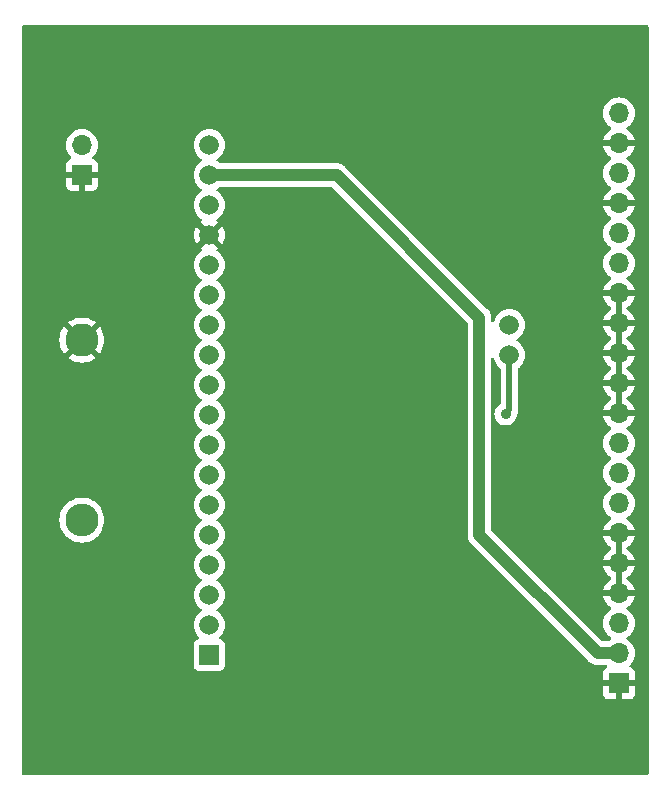
<source format=gbr>
%TF.GenerationSoftware,KiCad,Pcbnew,7.0.7*%
%TF.CreationDate,2023-09-15T19:34:19-06:00*%
%TF.ProjectId,hygienie_pcb,68796769-656e-4696-955f-7063622e6b69,00*%
%TF.SameCoordinates,Original*%
%TF.FileFunction,Copper,L2,Bot*%
%TF.FilePolarity,Positive*%
%FSLAX46Y46*%
G04 Gerber Fmt 4.6, Leading zero omitted, Abs format (unit mm)*
G04 Created by KiCad (PCBNEW 7.0.7) date 2023-09-15 19:34:19*
%MOMM*%
%LPD*%
G01*
G04 APERTURE LIST*
%TA.AperFunction,ComponentPad*%
%ADD10O,1.700000X1.700000*%
%TD*%
%TA.AperFunction,ComponentPad*%
%ADD11R,1.700000X1.700000*%
%TD*%
%TA.AperFunction,ComponentPad*%
%ADD12C,2.800000*%
%TD*%
%TA.AperFunction,ComponentPad*%
%ADD13O,2.800000X2.800000*%
%TD*%
%TA.AperFunction,ComponentPad*%
%ADD14R,1.665000X1.665000*%
%TD*%
%TA.AperFunction,ComponentPad*%
%ADD15C,1.665000*%
%TD*%
%TA.AperFunction,ViaPad*%
%ADD16C,0.900000*%
%TD*%
%TA.AperFunction,Conductor*%
%ADD17C,0.500000*%
%TD*%
%TA.AperFunction,Conductor*%
%ADD18C,1.000000*%
%TD*%
G04 APERTURE END LIST*
D10*
%TO.P,U2,20,BS1*%
%TO.N,+3.3V*%
X131200000Y-81130000D03*
%TO.P,U2,19,BS2*%
%TO.N,GNDREF*%
X131200000Y-83670000D03*
%TO.P,U2,18,NC*%
%TO.N,unconnected-(U2-NC-Pad18)*%
X131200000Y-86210000D03*
%TO.P,U2,17,VSS*%
%TO.N,GNDREF*%
X131200000Y-88750000D03*
%TO.P,U2,16,~{RES}*%
%TO.N,/~{RST}*%
X131200000Y-91290000D03*
%TO.P,U2,15,NC*%
%TO.N,unconnected-(U2-NC-Pad15)*%
X131200000Y-93830000D03*
%TO.P,U2,14,VSS*%
%TO.N,GNDREF*%
X131200000Y-96370000D03*
%TO.P,U2,13,VSS*%
X131200000Y-98910000D03*
%TO.P,U2,12,VSS*%
X131200000Y-101450000D03*
%TO.P,U2,11,VSS*%
X131200000Y-103990000D03*
%TO.P,U2,10,VSS*%
X131200000Y-106530000D03*
%TO.P,U2,9,SDA_OUT*%
%TO.N,/SDA*%
X131200000Y-109070000D03*
%TO.P,U2,8,SDA_IN*%
X131200000Y-111610000D03*
%TO.P,U2,7,SCL*%
%TO.N,/SCL*%
X131200000Y-114150000D03*
%TO.P,U2,6,VSS*%
%TO.N,GNDREF*%
X131200000Y-116690000D03*
%TO.P,U2,5,VSS*%
X131200000Y-119230000D03*
%TO.P,U2,4,SA0*%
X131200000Y-121770000D03*
%TO.P,U2,3,NC*%
%TO.N,unconnected-(U2-NC-Pad3)*%
X131200000Y-124310000D03*
%TO.P,U2,2,VDD*%
%TO.N,+3.3V*%
X131200000Y-126850000D03*
D11*
%TO.P,U2,1,VSS*%
%TO.N,GNDREF*%
X131200000Y-129390000D03*
%TD*%
D12*
%TO.P,SW1,1,1*%
%TO.N,GNDREF*%
X85725000Y-100330000D03*
D13*
%TO.P,SW1,2,2*%
%TO.N,/Reed Switch*%
X85725000Y-115570000D03*
%TD*%
D14*
%TO.P,U1,1,IO3/RXD*%
%TO.N,unconnected-(U1-IO3{slash}RXD-Pad1)*%
X96520000Y-127000000D03*
D15*
%TO.P,U1,2,IO1/TXD*%
%TO.N,unconnected-(U1-IO1{slash}TXD-Pad2)*%
X96520000Y-124460000D03*
%TO.P,U1,3,IO25/D2*%
%TO.N,/~{RST}*%
X96520000Y-121920000D03*
%TO.P,U1,4,IO26/D3*%
%TO.N,unconnected-(U1-IO26{slash}D3-Pad4)*%
X96520000Y-119380000D03*
%TO.P,U1,5,IO27/D4*%
%TO.N,/Reed Switch*%
X96520000Y-116840000D03*
%TO.P,U1,6,IO9/D5*%
%TO.N,unconnected-(U1-IO9{slash}D5-Pad6)*%
X96520000Y-114300000D03*
%TO.P,U1,7,IO10/D6*%
%TO.N,unconnected-(U1-IO10{slash}D6-Pad7)*%
X96520000Y-111760000D03*
%TO.P,U1,8,IO13/D7*%
%TO.N,unconnected-(U1-IO13{slash}D7-Pad8)*%
X96520000Y-109220000D03*
%TO.P,U1,9,IO5/D8*%
%TO.N,unconnected-(U1-IO5{slash}D8-Pad9)*%
X96520000Y-106680000D03*
%TO.P,U1,10,IO2/D9*%
%TO.N,unconnected-(U1-IO2{slash}D9-Pad10)*%
X96520000Y-104140000D03*
%TO.P,U1,11,IO6/CLK*%
%TO.N,unconnected-(U1-IO6{slash}CLK-Pad11)*%
X96520000Y-101600000D03*
%TO.P,U1,12,IO7/SD0*%
%TO.N,unconnected-(U1-IO7{slash}SD0-Pad12)*%
X96520000Y-99060000D03*
%TO.P,U1,13,IO8/SD1*%
%TO.N,unconnected-(U1-IO8{slash}SD1-Pad13)*%
X96520000Y-96520000D03*
%TO.P,U1,14,IO11/CMD*%
%TO.N,unconnected-(U1-IO11{slash}CMD-Pad14)*%
X96520000Y-93980000D03*
%TO.P,U1,15,GND*%
%TO.N,GNDREF*%
X96520000Y-91440000D03*
%TO.P,U1,16,AREF*%
%TO.N,unconnected-(U1-AREF-Pad16)*%
X96520000Y-88900000D03*
%TO.P,U1,17,3V3*%
%TO.N,+3.3V*%
X96520000Y-86360000D03*
%TO.P,U1,18,VCC*%
%TO.N,VCC*%
X96520000Y-83820000D03*
%TO.P,U1,29,SDA/IO21*%
%TO.N,/SDA*%
X121920000Y-101600000D03*
%TO.P,U1,30,SCL/IO22*%
%TO.N,/SCL*%
X121920000Y-99060000D03*
%TD*%
D11*
%TO.P,J1,1,Pin_1*%
%TO.N,GNDREF*%
X85725000Y-86365000D03*
D10*
%TO.P,J1,2,Pin_2*%
%TO.N,VCC*%
X85725000Y-83825000D03*
%TD*%
D16*
%TO.N,/SDA*%
X121600000Y-106600000D03*
%TD*%
D17*
%TO.N,/SDA*%
X121920000Y-101600000D02*
X121920000Y-106280000D01*
X121920000Y-106280000D02*
X121600000Y-106600000D01*
D18*
%TO.N,+3.3V*%
X119380000Y-116840000D02*
X119380000Y-98425000D01*
X119380000Y-98425000D02*
X107315000Y-86360000D01*
X131200000Y-126850000D02*
X129390000Y-126850000D01*
X107315000Y-86360000D02*
X96520000Y-86360000D01*
X129390000Y-126850000D02*
X119380000Y-116840000D01*
%TD*%
%TA.AperFunction,Conductor*%
%TO.N,GNDREF*%
G36*
X131377510Y-119729507D02*
G01*
X131430314Y-119775261D01*
X131449999Y-119842301D01*
X131450000Y-120380000D01*
X131450000Y-121157698D01*
X131430315Y-121224737D01*
X131377511Y-121270492D01*
X131308355Y-121280436D01*
X131235766Y-121270000D01*
X131235763Y-121270000D01*
X131164237Y-121270000D01*
X131164233Y-121270000D01*
X131091644Y-121280436D01*
X131022486Y-121270492D01*
X130969683Y-121224736D01*
X130949999Y-121157698D01*
X130950000Y-120620000D01*
X130950000Y-119842301D01*
X130969685Y-119775262D01*
X131022489Y-119729507D01*
X131091647Y-119719563D01*
X131164237Y-119730000D01*
X131164238Y-119730000D01*
X131235762Y-119730000D01*
X131235763Y-119730000D01*
X131308352Y-119719563D01*
X131377510Y-119729507D01*
G37*
%TD.AperFunction*%
%TA.AperFunction,Conductor*%
G36*
X131377510Y-117189507D02*
G01*
X131430314Y-117235261D01*
X131449999Y-117302301D01*
X131450000Y-117840000D01*
X131450000Y-118617698D01*
X131430315Y-118684737D01*
X131377511Y-118730492D01*
X131308355Y-118740436D01*
X131235766Y-118730000D01*
X131235763Y-118730000D01*
X131164237Y-118730000D01*
X131164233Y-118730000D01*
X131091644Y-118740436D01*
X131022486Y-118730492D01*
X130969683Y-118684736D01*
X130949999Y-118617698D01*
X130950000Y-118080000D01*
X130950000Y-117302301D01*
X130969685Y-117235262D01*
X131022489Y-117189507D01*
X131091647Y-117179563D01*
X131164237Y-117190000D01*
X131164238Y-117190000D01*
X131235762Y-117190000D01*
X131235763Y-117190000D01*
X131308352Y-117179563D01*
X131377510Y-117189507D01*
G37*
%TD.AperFunction*%
%TA.AperFunction,Conductor*%
G36*
X131377510Y-104489507D02*
G01*
X131430314Y-104535261D01*
X131449999Y-104602301D01*
X131450000Y-105140000D01*
X131450000Y-105917698D01*
X131430315Y-105984737D01*
X131377511Y-106030492D01*
X131308355Y-106040436D01*
X131235766Y-106030000D01*
X131235763Y-106030000D01*
X131164237Y-106030000D01*
X131164233Y-106030000D01*
X131091644Y-106040436D01*
X131022486Y-106030492D01*
X130969683Y-105984736D01*
X130949999Y-105917698D01*
X130950000Y-105380000D01*
X130950000Y-104602301D01*
X130969685Y-104535262D01*
X131022489Y-104489507D01*
X131091647Y-104479563D01*
X131164237Y-104490000D01*
X131164238Y-104490000D01*
X131235762Y-104490000D01*
X131235763Y-104490000D01*
X131308352Y-104479563D01*
X131377510Y-104489507D01*
G37*
%TD.AperFunction*%
%TA.AperFunction,Conductor*%
G36*
X131377510Y-101949507D02*
G01*
X131430314Y-101995261D01*
X131449999Y-102062301D01*
X131450000Y-102600000D01*
X131450000Y-103377698D01*
X131430315Y-103444737D01*
X131377511Y-103490492D01*
X131308355Y-103500436D01*
X131235766Y-103490000D01*
X131235763Y-103490000D01*
X131164237Y-103490000D01*
X131164233Y-103490000D01*
X131091644Y-103500436D01*
X131022486Y-103490492D01*
X130969683Y-103444736D01*
X130949999Y-103377698D01*
X130950000Y-102840000D01*
X130950000Y-102062301D01*
X130969685Y-101995262D01*
X131022489Y-101949507D01*
X131091647Y-101939563D01*
X131164237Y-101950000D01*
X131164238Y-101950000D01*
X131235762Y-101950000D01*
X131235763Y-101950000D01*
X131308352Y-101939563D01*
X131377510Y-101949507D01*
G37*
%TD.AperFunction*%
%TA.AperFunction,Conductor*%
G36*
X131377510Y-99409507D02*
G01*
X131430314Y-99455261D01*
X131449999Y-99522301D01*
X131450000Y-100060000D01*
X131450000Y-100837698D01*
X131430315Y-100904737D01*
X131377511Y-100950492D01*
X131308355Y-100960436D01*
X131235766Y-100950000D01*
X131235763Y-100950000D01*
X131164237Y-100950000D01*
X131164233Y-100950000D01*
X131091644Y-100960436D01*
X131022486Y-100950492D01*
X130969683Y-100904736D01*
X130949999Y-100837698D01*
X130950000Y-100300000D01*
X130950000Y-99522301D01*
X130969685Y-99455262D01*
X131022489Y-99409507D01*
X131091647Y-99399563D01*
X131164237Y-99410000D01*
X131164238Y-99410000D01*
X131235762Y-99410000D01*
X131235763Y-99410000D01*
X131308352Y-99399563D01*
X131377510Y-99409507D01*
G37*
%TD.AperFunction*%
%TA.AperFunction,Conductor*%
G36*
X131377510Y-96869507D02*
G01*
X131430314Y-96915261D01*
X131449999Y-96982301D01*
X131450000Y-97520000D01*
X131450000Y-98297698D01*
X131430315Y-98364737D01*
X131377511Y-98410492D01*
X131308355Y-98420436D01*
X131235766Y-98410000D01*
X131235763Y-98410000D01*
X131164237Y-98410000D01*
X131164233Y-98410000D01*
X131091644Y-98420436D01*
X131022486Y-98410492D01*
X130969683Y-98364736D01*
X130949999Y-98297698D01*
X130950000Y-97760000D01*
X130950000Y-96982301D01*
X130969685Y-96915262D01*
X131022489Y-96869507D01*
X131091647Y-96859563D01*
X131164237Y-96870000D01*
X131164238Y-96870000D01*
X131235762Y-96870000D01*
X131235763Y-96870000D01*
X131308352Y-96859563D01*
X131377510Y-96869507D01*
G37*
%TD.AperFunction*%
%TA.AperFunction,Conductor*%
G36*
X133642539Y-73680185D02*
G01*
X133688294Y-73732989D01*
X133699500Y-73784500D01*
X133699500Y-137035500D01*
X133679815Y-137102539D01*
X133627011Y-137148294D01*
X133575500Y-137159500D01*
X80769000Y-137159500D01*
X80701961Y-137139815D01*
X80656206Y-137087011D01*
X80645000Y-137035500D01*
X80645000Y-124460000D01*
X95181908Y-124460000D01*
X95202236Y-124692352D01*
X95202238Y-124692362D01*
X95262602Y-124917646D01*
X95262607Y-124917660D01*
X95295328Y-124987830D01*
X95361178Y-125129046D01*
X95494962Y-125320109D01*
X95494966Y-125320113D01*
X95639766Y-125464913D01*
X95673251Y-125526236D01*
X95668267Y-125595928D01*
X95626395Y-125651861D01*
X95587109Y-125670227D01*
X95587285Y-125670698D01*
X95581446Y-125672875D01*
X95580603Y-125673270D01*
X95580019Y-125673407D01*
X95445171Y-125723702D01*
X95445164Y-125723706D01*
X95329955Y-125809952D01*
X95329952Y-125809955D01*
X95243706Y-125925164D01*
X95243702Y-125925171D01*
X95193408Y-126060017D01*
X95187001Y-126119616D01*
X95187001Y-126119623D01*
X95187000Y-126119635D01*
X95187000Y-127880370D01*
X95187001Y-127880376D01*
X95193408Y-127939983D01*
X95243702Y-128074828D01*
X95243706Y-128074835D01*
X95329952Y-128190044D01*
X95329955Y-128190047D01*
X95445164Y-128276293D01*
X95445171Y-128276297D01*
X95580017Y-128326591D01*
X95580016Y-128326591D01*
X95586944Y-128327335D01*
X95639627Y-128333000D01*
X97400372Y-128332999D01*
X97459983Y-128326591D01*
X97594831Y-128276296D01*
X97710046Y-128190046D01*
X97796296Y-128074831D01*
X97846591Y-127939983D01*
X97853000Y-127880373D01*
X97852999Y-126119628D01*
X97846591Y-126060017D01*
X97816223Y-125978597D01*
X97796297Y-125925171D01*
X97796293Y-125925164D01*
X97710047Y-125809955D01*
X97710044Y-125809952D01*
X97594835Y-125723706D01*
X97594828Y-125723702D01*
X97459984Y-125673409D01*
X97459399Y-125673271D01*
X97458991Y-125673039D01*
X97452715Y-125670698D01*
X97453094Y-125669680D01*
X97398683Y-125638697D01*
X97366297Y-125576787D01*
X97372524Y-125507195D01*
X97400229Y-125464917D01*
X97545038Y-125320109D01*
X97678822Y-125129046D01*
X97777395Y-124917654D01*
X97837763Y-124692357D01*
X97858092Y-124460000D01*
X97837763Y-124227643D01*
X97777395Y-124002346D01*
X97678822Y-123790954D01*
X97545038Y-123599891D01*
X97380109Y-123434962D01*
X97189046Y-123301178D01*
X97189044Y-123301177D01*
X97184360Y-123298473D01*
X97185313Y-123296820D01*
X97139192Y-123256216D01*
X97120036Y-123189024D01*
X97140248Y-123122141D01*
X97185280Y-123083120D01*
X97184360Y-123081527D01*
X97189035Y-123078826D01*
X97189046Y-123078822D01*
X97380109Y-122945038D01*
X97545038Y-122780109D01*
X97678822Y-122589046D01*
X97777395Y-122377654D01*
X97837763Y-122152357D01*
X97858092Y-121920000D01*
X97837763Y-121687643D01*
X97777395Y-121462346D01*
X97678822Y-121250954D01*
X97545038Y-121059891D01*
X97380109Y-120894962D01*
X97189046Y-120761178D01*
X97189044Y-120761177D01*
X97184360Y-120758473D01*
X97185313Y-120756820D01*
X97139192Y-120716216D01*
X97120036Y-120649024D01*
X97140248Y-120582141D01*
X97185280Y-120543120D01*
X97184360Y-120541527D01*
X97189035Y-120538826D01*
X97189046Y-120538822D01*
X97380109Y-120405038D01*
X97545038Y-120240109D01*
X97678822Y-120049046D01*
X97777395Y-119837654D01*
X97837763Y-119612357D01*
X97858092Y-119380000D01*
X97837763Y-119147643D01*
X97777395Y-118922346D01*
X97678822Y-118710954D01*
X97545038Y-118519891D01*
X97380109Y-118354962D01*
X97189046Y-118221178D01*
X97189044Y-118221177D01*
X97184360Y-118218473D01*
X97185313Y-118216820D01*
X97139192Y-118176216D01*
X97120036Y-118109024D01*
X97140248Y-118042141D01*
X97185280Y-118003120D01*
X97184360Y-118001527D01*
X97189035Y-117998826D01*
X97189046Y-117998822D01*
X97380109Y-117865038D01*
X97545038Y-117700109D01*
X97678822Y-117509046D01*
X97777395Y-117297654D01*
X97837763Y-117072357D01*
X97858092Y-116840000D01*
X97856979Y-116827284D01*
X97837763Y-116607647D01*
X97837763Y-116607643D01*
X97791926Y-116436578D01*
X97777397Y-116382353D01*
X97777392Y-116382339D01*
X97704729Y-116226513D01*
X97678822Y-116170954D01*
X97545038Y-115979891D01*
X97380109Y-115814962D01*
X97189046Y-115681178D01*
X97189044Y-115681177D01*
X97184360Y-115678473D01*
X97185313Y-115676820D01*
X97139192Y-115636216D01*
X97120036Y-115569024D01*
X97140248Y-115502141D01*
X97185280Y-115463120D01*
X97184360Y-115461527D01*
X97189035Y-115458826D01*
X97189046Y-115458822D01*
X97380109Y-115325038D01*
X97545038Y-115160109D01*
X97678822Y-114969046D01*
X97777395Y-114757654D01*
X97837763Y-114532357D01*
X97858092Y-114300000D01*
X97837763Y-114067643D01*
X97777395Y-113842346D01*
X97678822Y-113630954D01*
X97545038Y-113439891D01*
X97380109Y-113274962D01*
X97189046Y-113141178D01*
X97189044Y-113141177D01*
X97184360Y-113138473D01*
X97185313Y-113136820D01*
X97139192Y-113096216D01*
X97120036Y-113029024D01*
X97140248Y-112962141D01*
X97185280Y-112923120D01*
X97184360Y-112921527D01*
X97189035Y-112918826D01*
X97189046Y-112918822D01*
X97380109Y-112785038D01*
X97545038Y-112620109D01*
X97678822Y-112429046D01*
X97777395Y-112217654D01*
X97837763Y-111992357D01*
X97858092Y-111760000D01*
X97837763Y-111527643D01*
X97777395Y-111302346D01*
X97678822Y-111090954D01*
X97545038Y-110899891D01*
X97380109Y-110734962D01*
X97189046Y-110601178D01*
X97189044Y-110601177D01*
X97184360Y-110598473D01*
X97185313Y-110596820D01*
X97139192Y-110556216D01*
X97120036Y-110489024D01*
X97140248Y-110422141D01*
X97185280Y-110383120D01*
X97184360Y-110381527D01*
X97189035Y-110378826D01*
X97189046Y-110378822D01*
X97380109Y-110245038D01*
X97545038Y-110080109D01*
X97678822Y-109889046D01*
X97777395Y-109677654D01*
X97837763Y-109452357D01*
X97858092Y-109220000D01*
X97837763Y-108987643D01*
X97777395Y-108762346D01*
X97678822Y-108550954D01*
X97545038Y-108359891D01*
X97380109Y-108194962D01*
X97189046Y-108061178D01*
X97189044Y-108061177D01*
X97184360Y-108058473D01*
X97185309Y-108056828D01*
X97139168Y-108016178D01*
X97120036Y-107948979D01*
X97140272Y-107882103D01*
X97185284Y-107843127D01*
X97184360Y-107841527D01*
X97189035Y-107838826D01*
X97189046Y-107838822D01*
X97380109Y-107705038D01*
X97545038Y-107540109D01*
X97678822Y-107349046D01*
X97777395Y-107137654D01*
X97837763Y-106912357D01*
X97858092Y-106680000D01*
X97837763Y-106447643D01*
X97777395Y-106222346D01*
X97678822Y-106010954D01*
X97545038Y-105819891D01*
X97380109Y-105654962D01*
X97189046Y-105521178D01*
X97189044Y-105521177D01*
X97184360Y-105518473D01*
X97185309Y-105516828D01*
X97139168Y-105476178D01*
X97120036Y-105408979D01*
X97140272Y-105342103D01*
X97185284Y-105303127D01*
X97184360Y-105301527D01*
X97189035Y-105298826D01*
X97189046Y-105298822D01*
X97380109Y-105165038D01*
X97545038Y-105000109D01*
X97678822Y-104809046D01*
X97777395Y-104597654D01*
X97837763Y-104372357D01*
X97858092Y-104140000D01*
X97837763Y-103907643D01*
X97777395Y-103682346D01*
X97678822Y-103470954D01*
X97545038Y-103279891D01*
X97380109Y-103114962D01*
X97189046Y-102981178D01*
X97189044Y-102981177D01*
X97184360Y-102978473D01*
X97185309Y-102976828D01*
X97139168Y-102936178D01*
X97120036Y-102868979D01*
X97140272Y-102802103D01*
X97185284Y-102763127D01*
X97184360Y-102761527D01*
X97189035Y-102758826D01*
X97189046Y-102758822D01*
X97380109Y-102625038D01*
X97545038Y-102460109D01*
X97678822Y-102269046D01*
X97777395Y-102057654D01*
X97837763Y-101832357D01*
X97858092Y-101600000D01*
X97837763Y-101367643D01*
X97777395Y-101142346D01*
X97678822Y-100930954D01*
X97545038Y-100739891D01*
X97380109Y-100574962D01*
X97189046Y-100441178D01*
X97189044Y-100441177D01*
X97184360Y-100438473D01*
X97185309Y-100436828D01*
X97139168Y-100396178D01*
X97120036Y-100328979D01*
X97140272Y-100262103D01*
X97185284Y-100223127D01*
X97184360Y-100221527D01*
X97189035Y-100218826D01*
X97189046Y-100218822D01*
X97380109Y-100085038D01*
X97545038Y-99920109D01*
X97678822Y-99729046D01*
X97777395Y-99517654D01*
X97837763Y-99292357D01*
X97858092Y-99060000D01*
X97837763Y-98827643D01*
X97777395Y-98602346D01*
X97678822Y-98390954D01*
X97545038Y-98199891D01*
X97380109Y-98034962D01*
X97189046Y-97901178D01*
X97189042Y-97901176D01*
X97184360Y-97898473D01*
X97185313Y-97896820D01*
X97139192Y-97856216D01*
X97120036Y-97789024D01*
X97140248Y-97722141D01*
X97185280Y-97683120D01*
X97184360Y-97681527D01*
X97189035Y-97678826D01*
X97189046Y-97678822D01*
X97380109Y-97545038D01*
X97545038Y-97380109D01*
X97678822Y-97189046D01*
X97777395Y-96977654D01*
X97837763Y-96752357D01*
X97858092Y-96520000D01*
X97837763Y-96287643D01*
X97777395Y-96062346D01*
X97678822Y-95850954D01*
X97545038Y-95659891D01*
X97380109Y-95494962D01*
X97189046Y-95361178D01*
X97189044Y-95361177D01*
X97184360Y-95358473D01*
X97185313Y-95356820D01*
X97139192Y-95316216D01*
X97120036Y-95249024D01*
X97140248Y-95182141D01*
X97185280Y-95143120D01*
X97184360Y-95141527D01*
X97189035Y-95138826D01*
X97189046Y-95138822D01*
X97380109Y-95005038D01*
X97545038Y-94840109D01*
X97678822Y-94649046D01*
X97777395Y-94437654D01*
X97837763Y-94212357D01*
X97858092Y-93980000D01*
X97837763Y-93747643D01*
X97777395Y-93522346D01*
X97678822Y-93310954D01*
X97545038Y-93119891D01*
X97380109Y-92954962D01*
X97189046Y-92821178D01*
X97189044Y-92821177D01*
X97184360Y-92818473D01*
X97185216Y-92816989D01*
X97138581Y-92775910D01*
X97119444Y-92708712D01*
X97139675Y-92641835D01*
X97184980Y-92602600D01*
X97184109Y-92601092D01*
X97188801Y-92598382D01*
X97268807Y-92542361D01*
X96816719Y-92090273D01*
X96783234Y-92028950D01*
X96788218Y-91959258D01*
X96826144Y-91906405D01*
X96929427Y-91822379D01*
X96976183Y-91756141D01*
X96979640Y-91751244D01*
X97034381Y-91707826D01*
X97103907Y-91700897D01*
X97166141Y-91732655D01*
X97168625Y-91735071D01*
X97622361Y-92188807D01*
X97678382Y-92108801D01*
X97678386Y-92108795D01*
X97776921Y-91897484D01*
X97776924Y-91897478D01*
X97837268Y-91672272D01*
X97837269Y-91672264D01*
X97857590Y-91440001D01*
X97857590Y-91439998D01*
X97837269Y-91207735D01*
X97837268Y-91207727D01*
X97776924Y-90982521D01*
X97776921Y-90982515D01*
X97678386Y-90771205D01*
X97622360Y-90691191D01*
X97172226Y-91141326D01*
X97110903Y-91174811D01*
X97041211Y-91169827D01*
X96985278Y-91127955D01*
X96982665Y-91123791D01*
X96982569Y-91123859D01*
X96977680Y-91116932D01*
X96919458Y-91054592D01*
X96873547Y-91005433D01*
X96838937Y-90984386D01*
X96791886Y-90932735D01*
X96780229Y-90863844D01*
X96807667Y-90799588D01*
X96815686Y-90790758D01*
X97268807Y-90337638D01*
X97188793Y-90281612D01*
X97184109Y-90278908D01*
X97185008Y-90277349D01*
X97138600Y-90236491D01*
X97119444Y-90169299D01*
X97139656Y-90102417D01*
X97185188Y-90062962D01*
X97184360Y-90061527D01*
X97189035Y-90058826D01*
X97189046Y-90058822D01*
X97380109Y-89925038D01*
X97545038Y-89760109D01*
X97678822Y-89569046D01*
X97777395Y-89357654D01*
X97837763Y-89132357D01*
X97858092Y-88900000D01*
X97837763Y-88667643D01*
X97777395Y-88442346D01*
X97678822Y-88230954D01*
X97545038Y-88039891D01*
X97380109Y-87874962D01*
X97189046Y-87741178D01*
X97189044Y-87741177D01*
X97184360Y-87738473D01*
X97185313Y-87736820D01*
X97139192Y-87696216D01*
X97120036Y-87629024D01*
X97140248Y-87562141D01*
X97185280Y-87523120D01*
X97184360Y-87521527D01*
X97189035Y-87518826D01*
X97189046Y-87518822D01*
X97380109Y-87385038D01*
X97380114Y-87385033D01*
X97383125Y-87382925D01*
X97449331Y-87360598D01*
X97454249Y-87360500D01*
X106849217Y-87360500D01*
X106916256Y-87380185D01*
X106936898Y-87396819D01*
X118343180Y-98803101D01*
X118376665Y-98864424D01*
X118379499Y-98890782D01*
X118379499Y-116827284D01*
X118377243Y-116916359D01*
X118377243Y-116916367D01*
X118388064Y-116976739D01*
X118388718Y-116981404D01*
X118394925Y-117042430D01*
X118394927Y-117042444D01*
X118405208Y-117075213D01*
X118407079Y-117082837D01*
X118413142Y-117116652D01*
X118413142Y-117116655D01*
X118427857Y-117153492D01*
X118435605Y-117172890D01*
X118435894Y-117173612D01*
X118437474Y-117178051D01*
X118455841Y-117236588D01*
X118455844Y-117236595D01*
X118472509Y-117266619D01*
X118475879Y-117273714D01*
X118487646Y-117303172D01*
X118488622Y-117305614D01*
X118488627Y-117305624D01*
X118522377Y-117356833D01*
X118524818Y-117360863D01*
X118554588Y-117414498D01*
X118554589Y-117414499D01*
X118554591Y-117414502D01*
X118576968Y-117440567D01*
X118581693Y-117446835D01*
X118587708Y-117455961D01*
X118600598Y-117475519D01*
X118643978Y-117518899D01*
X118647169Y-117522343D01*
X118687131Y-117568892D01*
X118687134Y-117568895D01*
X118714294Y-117589918D01*
X118720190Y-117595111D01*
X128673566Y-127548487D01*
X128734938Y-127613050D01*
X128734941Y-127613053D01*
X128785281Y-127648092D01*
X128789043Y-127650928D01*
X128836587Y-127689694D01*
X128836590Y-127689695D01*
X128836593Y-127689698D01*
X128867045Y-127705604D01*
X128873758Y-127709672D01*
X128901951Y-127729295D01*
X128958329Y-127753489D01*
X128962578Y-127755507D01*
X129016951Y-127783909D01*
X129044489Y-127791788D01*
X129049974Y-127793358D01*
X129057368Y-127795990D01*
X129088942Y-127809540D01*
X129088945Y-127809540D01*
X129088946Y-127809541D01*
X129149022Y-127821887D01*
X129153600Y-127823010D01*
X129167501Y-127826987D01*
X129212582Y-127839887D01*
X129246839Y-127842495D01*
X129254614Y-127843586D01*
X129288255Y-127850500D01*
X129288259Y-127850500D01*
X129349599Y-127850500D01*
X129354305Y-127850678D01*
X129389063Y-127853325D01*
X129415476Y-127855337D01*
X129415476Y-127855336D01*
X129415477Y-127855337D01*
X129449560Y-127850996D01*
X129457390Y-127850500D01*
X130080570Y-127850500D01*
X130147609Y-127870185D01*
X130193364Y-127922989D01*
X130203308Y-127992147D01*
X130174283Y-128055703D01*
X130123903Y-128090682D01*
X130107913Y-128096645D01*
X130107906Y-128096649D01*
X129992812Y-128182809D01*
X129992809Y-128182812D01*
X129906649Y-128297906D01*
X129906645Y-128297913D01*
X129856403Y-128432620D01*
X129856401Y-128432627D01*
X129850000Y-128492155D01*
X129850000Y-129140000D01*
X130586653Y-129140000D01*
X130653692Y-129159685D01*
X130699447Y-129212489D01*
X130709391Y-129281647D01*
X130705631Y-129298933D01*
X130700000Y-129318111D01*
X130700000Y-129461888D01*
X130705631Y-129481067D01*
X130705630Y-129550936D01*
X130667855Y-129609714D01*
X130604299Y-129638738D01*
X130586653Y-129640000D01*
X129850000Y-129640000D01*
X129850000Y-130287844D01*
X129856401Y-130347372D01*
X129856403Y-130347379D01*
X129906645Y-130482086D01*
X129906649Y-130482093D01*
X129992809Y-130597187D01*
X129992812Y-130597190D01*
X130107906Y-130683350D01*
X130107913Y-130683354D01*
X130242620Y-130733596D01*
X130242627Y-130733598D01*
X130302155Y-130739999D01*
X130302172Y-130740000D01*
X130950000Y-130740000D01*
X130950000Y-130002301D01*
X130969685Y-129935262D01*
X131022489Y-129889507D01*
X131091647Y-129879563D01*
X131164237Y-129890000D01*
X131164238Y-129890000D01*
X131235762Y-129890000D01*
X131235763Y-129890000D01*
X131308352Y-129879563D01*
X131377510Y-129889507D01*
X131430314Y-129935261D01*
X131449999Y-130002301D01*
X131449999Y-130739999D01*
X131450000Y-130740000D01*
X132097828Y-130740000D01*
X132097844Y-130739999D01*
X132157372Y-130733598D01*
X132157379Y-130733596D01*
X132292086Y-130683354D01*
X132292093Y-130683350D01*
X132407187Y-130597190D01*
X132407190Y-130597187D01*
X132493350Y-130482093D01*
X132493354Y-130482086D01*
X132543596Y-130347379D01*
X132543598Y-130347372D01*
X132549999Y-130287844D01*
X132550000Y-130287827D01*
X132550000Y-129640000D01*
X131813347Y-129640000D01*
X131746308Y-129620315D01*
X131700553Y-129567511D01*
X131690609Y-129498353D01*
X131694369Y-129481067D01*
X131700000Y-129461888D01*
X131700000Y-129318111D01*
X131694369Y-129298933D01*
X131694370Y-129229064D01*
X131732145Y-129170286D01*
X131795701Y-129141262D01*
X131813347Y-129140000D01*
X132550000Y-129140000D01*
X132550000Y-128492172D01*
X132549999Y-128492155D01*
X132543598Y-128432627D01*
X132543596Y-128432620D01*
X132493354Y-128297913D01*
X132493350Y-128297906D01*
X132407190Y-128182812D01*
X132407187Y-128182809D01*
X132292093Y-128096649D01*
X132292088Y-128096646D01*
X132160528Y-128047577D01*
X132104595Y-128005705D01*
X132080178Y-127940241D01*
X132095030Y-127871968D01*
X132116175Y-127843720D01*
X132238495Y-127721401D01*
X132374035Y-127527830D01*
X132473903Y-127313663D01*
X132535063Y-127085408D01*
X132555659Y-126850000D01*
X132535063Y-126614592D01*
X132473903Y-126386337D01*
X132374035Y-126172171D01*
X132337245Y-126119628D01*
X132238494Y-125978597D01*
X132071402Y-125811506D01*
X132071396Y-125811501D01*
X131885842Y-125681575D01*
X131842217Y-125626998D01*
X131835023Y-125557500D01*
X131866546Y-125495145D01*
X131885842Y-125478425D01*
X131908026Y-125462891D01*
X132071401Y-125348495D01*
X132238495Y-125181401D01*
X132374035Y-124987830D01*
X132473903Y-124773663D01*
X132535063Y-124545408D01*
X132555659Y-124310000D01*
X132535063Y-124074592D01*
X132473903Y-123846337D01*
X132374035Y-123632171D01*
X132351433Y-123599891D01*
X132238494Y-123438597D01*
X132071402Y-123271506D01*
X132071401Y-123271505D01*
X131885405Y-123141269D01*
X131841781Y-123086692D01*
X131834588Y-123017193D01*
X131866110Y-122954839D01*
X131885405Y-122938119D01*
X132071082Y-122808105D01*
X132238105Y-122641082D01*
X132373600Y-122447578D01*
X132473429Y-122233492D01*
X132473432Y-122233486D01*
X132530636Y-122020000D01*
X131813347Y-122020000D01*
X131746308Y-122000315D01*
X131700553Y-121947511D01*
X131690609Y-121878353D01*
X131694369Y-121861067D01*
X131700000Y-121841888D01*
X131700000Y-121698111D01*
X131694369Y-121678933D01*
X131694370Y-121609064D01*
X131732145Y-121550286D01*
X131795701Y-121521262D01*
X131813347Y-121520000D01*
X132530636Y-121520000D01*
X132530635Y-121519999D01*
X132473432Y-121306513D01*
X132473429Y-121306507D01*
X132373600Y-121092422D01*
X132373599Y-121092420D01*
X132238113Y-120898926D01*
X132238108Y-120898920D01*
X132071082Y-120731894D01*
X131884968Y-120601575D01*
X131841344Y-120546998D01*
X131834151Y-120477499D01*
X131865673Y-120415145D01*
X131884968Y-120398425D01*
X132071082Y-120268105D01*
X132238105Y-120101082D01*
X132373600Y-119907578D01*
X132473429Y-119693492D01*
X132473432Y-119693486D01*
X132530636Y-119480000D01*
X131813347Y-119480000D01*
X131746308Y-119460315D01*
X131700553Y-119407511D01*
X131690609Y-119338353D01*
X131694369Y-119321067D01*
X131700000Y-119301888D01*
X131700000Y-119158111D01*
X131694369Y-119138933D01*
X131694370Y-119069064D01*
X131732145Y-119010286D01*
X131795701Y-118981262D01*
X131813347Y-118980000D01*
X132530636Y-118980000D01*
X132530635Y-118979999D01*
X132473432Y-118766513D01*
X132473429Y-118766507D01*
X132373600Y-118552422D01*
X132373599Y-118552420D01*
X132238113Y-118358926D01*
X132238108Y-118358920D01*
X132071082Y-118191894D01*
X131884968Y-118061575D01*
X131841344Y-118006998D01*
X131834151Y-117937499D01*
X131865673Y-117875145D01*
X131884968Y-117858425D01*
X132071082Y-117728105D01*
X132238105Y-117561082D01*
X132373600Y-117367578D01*
X132473429Y-117153492D01*
X132473432Y-117153486D01*
X132530636Y-116940000D01*
X131813347Y-116940000D01*
X131746308Y-116920315D01*
X131700553Y-116867511D01*
X131690609Y-116798353D01*
X131694369Y-116781067D01*
X131700000Y-116761888D01*
X131700000Y-116618111D01*
X131694369Y-116598933D01*
X131694370Y-116529064D01*
X131732145Y-116470286D01*
X131795701Y-116441262D01*
X131813347Y-116440000D01*
X132530636Y-116440000D01*
X132530635Y-116439999D01*
X132473432Y-116226513D01*
X132473429Y-116226507D01*
X132373600Y-116012422D01*
X132373599Y-116012420D01*
X132238113Y-115818926D01*
X132238108Y-115818920D01*
X132071078Y-115651890D01*
X131885405Y-115521879D01*
X131841780Y-115467302D01*
X131834588Y-115397804D01*
X131866110Y-115335449D01*
X131885406Y-115318730D01*
X131913812Y-115298840D01*
X132071401Y-115188495D01*
X132238495Y-115021401D01*
X132374035Y-114827830D01*
X132473903Y-114613663D01*
X132535063Y-114385408D01*
X132555659Y-114150000D01*
X132535063Y-113914592D01*
X132473903Y-113686337D01*
X132374035Y-113472171D01*
X132351433Y-113439891D01*
X132238494Y-113278597D01*
X132071402Y-113111506D01*
X132071396Y-113111501D01*
X131885842Y-112981575D01*
X131842217Y-112926998D01*
X131835023Y-112857500D01*
X131866546Y-112795145D01*
X131885842Y-112778425D01*
X131908026Y-112762891D01*
X132071401Y-112648495D01*
X132238495Y-112481401D01*
X132374035Y-112287830D01*
X132473903Y-112073663D01*
X132535063Y-111845408D01*
X132555659Y-111610000D01*
X132535063Y-111374592D01*
X132473903Y-111146337D01*
X132374035Y-110932171D01*
X132351433Y-110899891D01*
X132238494Y-110738597D01*
X132071402Y-110571506D01*
X132071396Y-110571501D01*
X131885842Y-110441575D01*
X131842217Y-110386998D01*
X131835023Y-110317500D01*
X131866546Y-110255145D01*
X131885842Y-110238425D01*
X131908026Y-110222891D01*
X132071401Y-110108495D01*
X132238495Y-109941401D01*
X132374035Y-109747830D01*
X132473903Y-109533663D01*
X132535063Y-109305408D01*
X132555659Y-109070000D01*
X132535063Y-108834592D01*
X132473903Y-108606337D01*
X132374035Y-108392171D01*
X132351433Y-108359891D01*
X132238494Y-108198597D01*
X132071402Y-108031506D01*
X132071401Y-108031505D01*
X131885405Y-107901269D01*
X131841781Y-107846692D01*
X131834588Y-107777193D01*
X131866110Y-107714839D01*
X131885405Y-107698119D01*
X132071082Y-107568105D01*
X132238105Y-107401082D01*
X132373600Y-107207578D01*
X132473429Y-106993492D01*
X132473432Y-106993486D01*
X132530636Y-106780000D01*
X131813347Y-106780000D01*
X131746308Y-106760315D01*
X131700553Y-106707511D01*
X131690609Y-106638353D01*
X131694369Y-106621067D01*
X131700000Y-106601888D01*
X131700000Y-106458111D01*
X131694369Y-106438933D01*
X131694370Y-106369064D01*
X131732145Y-106310286D01*
X131795701Y-106281262D01*
X131813347Y-106280000D01*
X132530636Y-106280000D01*
X132530635Y-106279999D01*
X132473432Y-106066513D01*
X132473429Y-106066507D01*
X132373600Y-105852422D01*
X132373599Y-105852420D01*
X132238113Y-105658926D01*
X132238108Y-105658920D01*
X132071082Y-105491894D01*
X131884968Y-105361575D01*
X131841344Y-105306998D01*
X131834151Y-105237499D01*
X131865673Y-105175145D01*
X131884968Y-105158425D01*
X132071082Y-105028105D01*
X132238105Y-104861082D01*
X132373600Y-104667578D01*
X132473429Y-104453492D01*
X132473432Y-104453486D01*
X132530636Y-104240000D01*
X131813347Y-104240000D01*
X131746308Y-104220315D01*
X131700553Y-104167511D01*
X131690609Y-104098353D01*
X131694369Y-104081067D01*
X131700000Y-104061888D01*
X131700000Y-103918111D01*
X131694369Y-103898933D01*
X131694370Y-103829064D01*
X131732145Y-103770286D01*
X131795701Y-103741262D01*
X131813347Y-103740000D01*
X132530636Y-103740000D01*
X132530635Y-103739999D01*
X132473432Y-103526513D01*
X132473429Y-103526507D01*
X132373600Y-103312422D01*
X132373599Y-103312420D01*
X132238113Y-103118926D01*
X132238108Y-103118920D01*
X132071082Y-102951894D01*
X131884968Y-102821575D01*
X131841344Y-102766998D01*
X131834151Y-102697499D01*
X131865673Y-102635145D01*
X131884968Y-102618425D01*
X132071082Y-102488105D01*
X132238105Y-102321082D01*
X132373600Y-102127578D01*
X132473429Y-101913492D01*
X132473432Y-101913486D01*
X132530636Y-101700000D01*
X131813347Y-101700000D01*
X131746308Y-101680315D01*
X131700553Y-101627511D01*
X131690609Y-101558353D01*
X131694369Y-101541067D01*
X131700000Y-101521888D01*
X131700000Y-101378111D01*
X131694369Y-101358933D01*
X131694370Y-101289064D01*
X131732145Y-101230286D01*
X131795701Y-101201262D01*
X131813347Y-101200000D01*
X132530636Y-101200000D01*
X132530635Y-101199999D01*
X132473432Y-100986513D01*
X132473429Y-100986507D01*
X132373600Y-100772422D01*
X132373599Y-100772420D01*
X132238113Y-100578926D01*
X132238108Y-100578920D01*
X132071082Y-100411894D01*
X131884968Y-100281575D01*
X131841344Y-100226998D01*
X131834151Y-100157499D01*
X131865673Y-100095145D01*
X131884968Y-100078425D01*
X132071082Y-99948105D01*
X132238105Y-99781082D01*
X132373600Y-99587578D01*
X132473429Y-99373492D01*
X132473432Y-99373486D01*
X132530636Y-99160000D01*
X131813347Y-99160000D01*
X131746308Y-99140315D01*
X131700553Y-99087511D01*
X131690609Y-99018353D01*
X131694369Y-99001067D01*
X131700000Y-98981888D01*
X131700000Y-98838111D01*
X131694369Y-98818933D01*
X131694370Y-98749064D01*
X131732145Y-98690286D01*
X131795701Y-98661262D01*
X131813347Y-98660000D01*
X132530636Y-98660000D01*
X132530635Y-98659999D01*
X132473432Y-98446513D01*
X132473429Y-98446507D01*
X132373600Y-98232422D01*
X132373599Y-98232420D01*
X132238113Y-98038926D01*
X132238108Y-98038920D01*
X132071082Y-97871894D01*
X131884968Y-97741575D01*
X131841344Y-97686998D01*
X131834151Y-97617499D01*
X131865673Y-97555145D01*
X131884968Y-97538425D01*
X132071082Y-97408105D01*
X132238105Y-97241082D01*
X132373600Y-97047578D01*
X132473429Y-96833492D01*
X132473432Y-96833486D01*
X132530636Y-96620000D01*
X131813347Y-96620000D01*
X131746308Y-96600315D01*
X131700553Y-96547511D01*
X131690609Y-96478353D01*
X131694369Y-96461067D01*
X131700000Y-96441888D01*
X131700000Y-96298111D01*
X131694369Y-96278933D01*
X131694370Y-96209064D01*
X131732145Y-96150286D01*
X131795701Y-96121262D01*
X131813347Y-96120000D01*
X132530636Y-96120000D01*
X132530635Y-96119999D01*
X132473432Y-95906513D01*
X132473429Y-95906507D01*
X132373600Y-95692422D01*
X132373599Y-95692420D01*
X132238113Y-95498926D01*
X132238108Y-95498920D01*
X132071078Y-95331890D01*
X131885405Y-95201879D01*
X131841780Y-95147302D01*
X131834588Y-95077804D01*
X131866110Y-95015449D01*
X131885406Y-94998730D01*
X132071401Y-94868495D01*
X132238495Y-94701401D01*
X132374035Y-94507830D01*
X132473903Y-94293663D01*
X132535063Y-94065408D01*
X132555659Y-93830000D01*
X132535063Y-93594592D01*
X132473903Y-93366337D01*
X132374035Y-93152171D01*
X132351433Y-93119891D01*
X132238494Y-92958597D01*
X132071402Y-92791506D01*
X132071396Y-92791501D01*
X131885842Y-92661575D01*
X131842217Y-92606998D01*
X131835023Y-92537500D01*
X131866546Y-92475145D01*
X131885842Y-92458425D01*
X131908026Y-92442891D01*
X132071401Y-92328495D01*
X132238495Y-92161401D01*
X132374035Y-91967830D01*
X132473903Y-91753663D01*
X132535063Y-91525408D01*
X132555659Y-91290000D01*
X132535063Y-91054592D01*
X132483953Y-90863844D01*
X132473905Y-90826344D01*
X132473904Y-90826343D01*
X132473903Y-90826337D01*
X132374035Y-90612171D01*
X132238495Y-90418599D01*
X132238494Y-90418597D01*
X132071402Y-90251506D01*
X132071401Y-90251505D01*
X131885405Y-90121269D01*
X131841781Y-90066692D01*
X131834588Y-89997193D01*
X131866110Y-89934839D01*
X131885405Y-89918119D01*
X132071082Y-89788105D01*
X132238105Y-89621082D01*
X132373600Y-89427578D01*
X132473429Y-89213492D01*
X132473432Y-89213486D01*
X132530636Y-89000000D01*
X131813347Y-89000000D01*
X131746308Y-88980315D01*
X131700553Y-88927511D01*
X131690609Y-88858353D01*
X131694369Y-88841067D01*
X131700000Y-88821888D01*
X131700000Y-88678111D01*
X131694369Y-88658933D01*
X131694370Y-88589064D01*
X131732145Y-88530286D01*
X131795701Y-88501262D01*
X131813347Y-88500000D01*
X132530636Y-88500000D01*
X132530635Y-88499999D01*
X132473432Y-88286513D01*
X132473429Y-88286507D01*
X132373600Y-88072422D01*
X132373599Y-88072420D01*
X132238113Y-87878926D01*
X132238108Y-87878920D01*
X132071078Y-87711890D01*
X131885405Y-87581879D01*
X131841780Y-87527302D01*
X131834588Y-87457804D01*
X131866110Y-87395449D01*
X131885406Y-87378730D01*
X131911441Y-87360500D01*
X132071401Y-87248495D01*
X132238495Y-87081401D01*
X132374035Y-86887830D01*
X132473903Y-86673663D01*
X132535063Y-86445408D01*
X132555659Y-86210000D01*
X132553689Y-86187489D01*
X132548454Y-86127647D01*
X132535063Y-85974592D01*
X132473903Y-85746337D01*
X132374035Y-85532171D01*
X132365727Y-85520305D01*
X132238494Y-85338597D01*
X132071402Y-85171506D01*
X132071401Y-85171505D01*
X131885405Y-85041269D01*
X131841781Y-84986692D01*
X131834588Y-84917193D01*
X131866110Y-84854839D01*
X131885405Y-84838119D01*
X132071082Y-84708105D01*
X132238105Y-84541082D01*
X132373600Y-84347578D01*
X132473429Y-84133492D01*
X132473432Y-84133486D01*
X132530636Y-83920000D01*
X131813347Y-83920000D01*
X131746308Y-83900315D01*
X131700553Y-83847511D01*
X131690609Y-83778353D01*
X131694369Y-83761067D01*
X131700000Y-83741888D01*
X131700000Y-83598111D01*
X131694369Y-83578933D01*
X131694370Y-83509064D01*
X131732145Y-83450286D01*
X131795701Y-83421262D01*
X131813347Y-83420000D01*
X132530636Y-83420000D01*
X132530635Y-83419999D01*
X132473432Y-83206513D01*
X132473429Y-83206507D01*
X132373600Y-82992422D01*
X132373599Y-82992420D01*
X132238113Y-82798926D01*
X132238108Y-82798920D01*
X132071078Y-82631890D01*
X131885405Y-82501879D01*
X131841780Y-82447302D01*
X131834588Y-82377804D01*
X131866110Y-82315449D01*
X131885406Y-82298730D01*
X132071401Y-82168495D01*
X132238495Y-82001401D01*
X132374035Y-81807830D01*
X132473903Y-81593663D01*
X132535063Y-81365408D01*
X132555659Y-81130000D01*
X132535063Y-80894592D01*
X132473903Y-80666337D01*
X132374035Y-80452171D01*
X132238495Y-80258599D01*
X132238494Y-80258597D01*
X132071402Y-80091506D01*
X132071395Y-80091501D01*
X131877834Y-79955967D01*
X131877830Y-79955965D01*
X131877830Y-79955964D01*
X131663663Y-79856097D01*
X131663659Y-79856096D01*
X131663655Y-79856094D01*
X131435413Y-79794938D01*
X131435403Y-79794936D01*
X131200001Y-79774341D01*
X131199999Y-79774341D01*
X130964596Y-79794936D01*
X130964586Y-79794938D01*
X130736344Y-79856094D01*
X130736335Y-79856098D01*
X130522171Y-79955964D01*
X130522169Y-79955965D01*
X130328597Y-80091505D01*
X130161505Y-80258597D01*
X130025965Y-80452169D01*
X130025964Y-80452171D01*
X129926098Y-80666335D01*
X129926094Y-80666344D01*
X129864938Y-80894586D01*
X129864936Y-80894596D01*
X129844341Y-81129999D01*
X129844341Y-81130000D01*
X129864936Y-81365403D01*
X129864938Y-81365413D01*
X129926094Y-81593655D01*
X129926096Y-81593659D01*
X129926097Y-81593663D01*
X130025965Y-81807830D01*
X130025967Y-81807834D01*
X130161501Y-82001395D01*
X130161506Y-82001402D01*
X130328597Y-82168493D01*
X130328603Y-82168498D01*
X130514594Y-82298730D01*
X130558219Y-82353307D01*
X130565413Y-82422805D01*
X130533890Y-82485160D01*
X130514595Y-82501880D01*
X130328922Y-82631890D01*
X130328920Y-82631891D01*
X130161891Y-82798920D01*
X130161886Y-82798926D01*
X130026400Y-82992420D01*
X130026399Y-82992422D01*
X129926570Y-83206507D01*
X129926567Y-83206513D01*
X129869364Y-83419999D01*
X129869364Y-83420000D01*
X130586653Y-83420000D01*
X130653692Y-83439685D01*
X130699447Y-83492489D01*
X130709391Y-83561647D01*
X130705631Y-83578933D01*
X130700000Y-83598111D01*
X130700000Y-83741888D01*
X130705631Y-83761067D01*
X130705630Y-83830936D01*
X130667855Y-83889714D01*
X130604299Y-83918738D01*
X130586653Y-83920000D01*
X129869364Y-83920000D01*
X129926567Y-84133486D01*
X129926570Y-84133492D01*
X130026399Y-84347578D01*
X130161894Y-84541082D01*
X130328917Y-84708105D01*
X130514595Y-84838119D01*
X130558219Y-84892696D01*
X130565412Y-84962195D01*
X130533890Y-85024549D01*
X130514595Y-85041269D01*
X130328594Y-85171508D01*
X130161505Y-85338597D01*
X130025965Y-85532169D01*
X130025964Y-85532171D01*
X129926098Y-85746335D01*
X129926094Y-85746344D01*
X129864938Y-85974586D01*
X129864936Y-85974596D01*
X129844341Y-86209999D01*
X129844341Y-86210000D01*
X129864936Y-86445403D01*
X129864938Y-86445413D01*
X129926094Y-86673655D01*
X129926096Y-86673659D01*
X129926097Y-86673663D01*
X129936419Y-86695798D01*
X130025965Y-86887830D01*
X130025967Y-86887834D01*
X130161501Y-87081395D01*
X130161506Y-87081402D01*
X130328597Y-87248493D01*
X130328603Y-87248498D01*
X130514594Y-87378730D01*
X130558219Y-87433307D01*
X130565413Y-87502805D01*
X130533890Y-87565160D01*
X130514595Y-87581880D01*
X130328922Y-87711890D01*
X130328920Y-87711891D01*
X130161891Y-87878920D01*
X130161886Y-87878926D01*
X130026400Y-88072420D01*
X130026399Y-88072422D01*
X129926570Y-88286507D01*
X129926567Y-88286513D01*
X129869364Y-88499999D01*
X129869364Y-88500000D01*
X130586653Y-88500000D01*
X130653692Y-88519685D01*
X130699447Y-88572489D01*
X130709391Y-88641647D01*
X130705631Y-88658933D01*
X130700000Y-88678111D01*
X130700000Y-88821888D01*
X130705631Y-88841067D01*
X130705630Y-88910936D01*
X130667855Y-88969714D01*
X130604299Y-88998738D01*
X130586653Y-89000000D01*
X129869364Y-89000000D01*
X129926567Y-89213486D01*
X129926570Y-89213492D01*
X130026399Y-89427578D01*
X130161894Y-89621082D01*
X130328917Y-89788105D01*
X130514595Y-89918119D01*
X130558219Y-89972696D01*
X130565412Y-90042195D01*
X130533890Y-90104549D01*
X130514595Y-90121269D01*
X130328594Y-90251508D01*
X130161505Y-90418597D01*
X130025965Y-90612169D01*
X130025964Y-90612171D01*
X129926098Y-90826335D01*
X129926094Y-90826344D01*
X129864938Y-91054586D01*
X129864936Y-91054596D01*
X129844341Y-91289999D01*
X129844341Y-91290000D01*
X129864936Y-91525403D01*
X129864938Y-91525413D01*
X129926094Y-91753655D01*
X129926096Y-91753659D01*
X129926097Y-91753663D01*
X129958139Y-91822377D01*
X130025965Y-91967830D01*
X130025967Y-91967834D01*
X130161501Y-92161395D01*
X130161506Y-92161402D01*
X130328597Y-92328493D01*
X130328603Y-92328498D01*
X130514158Y-92458425D01*
X130557783Y-92513002D01*
X130564977Y-92582500D01*
X130533454Y-92644855D01*
X130514158Y-92661575D01*
X130328597Y-92791505D01*
X130161505Y-92958597D01*
X130025965Y-93152169D01*
X130025964Y-93152171D01*
X129926098Y-93366335D01*
X129926094Y-93366344D01*
X129864938Y-93594586D01*
X129864936Y-93594596D01*
X129844341Y-93829999D01*
X129844341Y-93830000D01*
X129864936Y-94065403D01*
X129864938Y-94065413D01*
X129926094Y-94293655D01*
X129926096Y-94293659D01*
X129926097Y-94293663D01*
X129993238Y-94437646D01*
X130025965Y-94507830D01*
X130025967Y-94507834D01*
X130161501Y-94701395D01*
X130161506Y-94701402D01*
X130328597Y-94868493D01*
X130328603Y-94868498D01*
X130514594Y-94998730D01*
X130558219Y-95053307D01*
X130565413Y-95122805D01*
X130533890Y-95185160D01*
X130514595Y-95201880D01*
X130328922Y-95331890D01*
X130328920Y-95331891D01*
X130161891Y-95498920D01*
X130161886Y-95498926D01*
X130026400Y-95692420D01*
X130026399Y-95692422D01*
X129926570Y-95906507D01*
X129926567Y-95906513D01*
X129869364Y-96119999D01*
X129869364Y-96120000D01*
X130586653Y-96120000D01*
X130653692Y-96139685D01*
X130699447Y-96192489D01*
X130709391Y-96261647D01*
X130705631Y-96278933D01*
X130700000Y-96298111D01*
X130700000Y-96441888D01*
X130705631Y-96461067D01*
X130705630Y-96530936D01*
X130667855Y-96589714D01*
X130604299Y-96618738D01*
X130586653Y-96620000D01*
X129869364Y-96620000D01*
X129926567Y-96833486D01*
X129926570Y-96833492D01*
X130026399Y-97047578D01*
X130161894Y-97241082D01*
X130328917Y-97408105D01*
X130515031Y-97538425D01*
X130558656Y-97593003D01*
X130565848Y-97662501D01*
X130534326Y-97724856D01*
X130515031Y-97741575D01*
X130328922Y-97871890D01*
X130328920Y-97871891D01*
X130161891Y-98038920D01*
X130161886Y-98038926D01*
X130026400Y-98232420D01*
X130026399Y-98232422D01*
X129926570Y-98446507D01*
X129926567Y-98446513D01*
X129869364Y-98659999D01*
X129869364Y-98660000D01*
X130586653Y-98660000D01*
X130653692Y-98679685D01*
X130699447Y-98732489D01*
X130709391Y-98801647D01*
X130705631Y-98818933D01*
X130700000Y-98838111D01*
X130700000Y-98981888D01*
X130705631Y-99001067D01*
X130705630Y-99070936D01*
X130667855Y-99129714D01*
X130604299Y-99158738D01*
X130586653Y-99160000D01*
X129869364Y-99160000D01*
X129926567Y-99373486D01*
X129926570Y-99373492D01*
X130026399Y-99587578D01*
X130161894Y-99781082D01*
X130328917Y-99948105D01*
X130515031Y-100078425D01*
X130558656Y-100133003D01*
X130565848Y-100202501D01*
X130534326Y-100264856D01*
X130515031Y-100281575D01*
X130328922Y-100411890D01*
X130328920Y-100411891D01*
X130161891Y-100578920D01*
X130161886Y-100578926D01*
X130026400Y-100772420D01*
X130026399Y-100772422D01*
X129926570Y-100986507D01*
X129926567Y-100986513D01*
X129869364Y-101199999D01*
X129869364Y-101200000D01*
X130586653Y-101200000D01*
X130653692Y-101219685D01*
X130699447Y-101272489D01*
X130709391Y-101341647D01*
X130705631Y-101358933D01*
X130700000Y-101378111D01*
X130700000Y-101521888D01*
X130705631Y-101541067D01*
X130705630Y-101610936D01*
X130667855Y-101669714D01*
X130604299Y-101698738D01*
X130586653Y-101700000D01*
X129869364Y-101700000D01*
X129926567Y-101913486D01*
X129926570Y-101913492D01*
X130026399Y-102127578D01*
X130161894Y-102321082D01*
X130328917Y-102488105D01*
X130515031Y-102618425D01*
X130558656Y-102673003D01*
X130565848Y-102742501D01*
X130534326Y-102804856D01*
X130515031Y-102821575D01*
X130328922Y-102951890D01*
X130328920Y-102951891D01*
X130161891Y-103118920D01*
X130161886Y-103118926D01*
X130026400Y-103312420D01*
X130026399Y-103312422D01*
X129926570Y-103526507D01*
X129926567Y-103526513D01*
X129869364Y-103739999D01*
X129869364Y-103740000D01*
X130586653Y-103740000D01*
X130653692Y-103759685D01*
X130699447Y-103812489D01*
X130709391Y-103881647D01*
X130705631Y-103898933D01*
X130700000Y-103918111D01*
X130700000Y-104061888D01*
X130705631Y-104081067D01*
X130705630Y-104150936D01*
X130667855Y-104209714D01*
X130604299Y-104238738D01*
X130586653Y-104240000D01*
X129869364Y-104240000D01*
X129926567Y-104453486D01*
X129926570Y-104453492D01*
X130026399Y-104667578D01*
X130161894Y-104861082D01*
X130328917Y-105028105D01*
X130515031Y-105158425D01*
X130558656Y-105213003D01*
X130565848Y-105282501D01*
X130534326Y-105344856D01*
X130515031Y-105361575D01*
X130328922Y-105491890D01*
X130328920Y-105491891D01*
X130161891Y-105658920D01*
X130161886Y-105658926D01*
X130026400Y-105852420D01*
X130026399Y-105852422D01*
X129926570Y-106066507D01*
X129926567Y-106066513D01*
X129869364Y-106279999D01*
X129869364Y-106280000D01*
X130586653Y-106280000D01*
X130653692Y-106299685D01*
X130699447Y-106352489D01*
X130709391Y-106421647D01*
X130705631Y-106438933D01*
X130700000Y-106458111D01*
X130700000Y-106601888D01*
X130705631Y-106621067D01*
X130705630Y-106690936D01*
X130667855Y-106749714D01*
X130604299Y-106778738D01*
X130586653Y-106780000D01*
X129869364Y-106780000D01*
X129926567Y-106993486D01*
X129926570Y-106993492D01*
X130026399Y-107207578D01*
X130161894Y-107401082D01*
X130328917Y-107568105D01*
X130514595Y-107698119D01*
X130558219Y-107752696D01*
X130565412Y-107822195D01*
X130533890Y-107884549D01*
X130514595Y-107901269D01*
X130328594Y-108031508D01*
X130161505Y-108198597D01*
X130025965Y-108392169D01*
X130025964Y-108392171D01*
X129926098Y-108606335D01*
X129926094Y-108606344D01*
X129864938Y-108834586D01*
X129864936Y-108834596D01*
X129844341Y-109069999D01*
X129844341Y-109070000D01*
X129864936Y-109305403D01*
X129864938Y-109305413D01*
X129926094Y-109533655D01*
X129926096Y-109533659D01*
X129926097Y-109533663D01*
X129993238Y-109677646D01*
X130025965Y-109747830D01*
X130025967Y-109747834D01*
X130161501Y-109941395D01*
X130161506Y-109941402D01*
X130328597Y-110108493D01*
X130328603Y-110108498D01*
X130514158Y-110238425D01*
X130557783Y-110293002D01*
X130564977Y-110362500D01*
X130533454Y-110424855D01*
X130514158Y-110441575D01*
X130328597Y-110571505D01*
X130161505Y-110738597D01*
X130025965Y-110932169D01*
X130025964Y-110932171D01*
X129926098Y-111146335D01*
X129926094Y-111146344D01*
X129864938Y-111374586D01*
X129864936Y-111374596D01*
X129844341Y-111609999D01*
X129844341Y-111610000D01*
X129864936Y-111845403D01*
X129864938Y-111845413D01*
X129926094Y-112073655D01*
X129926096Y-112073659D01*
X129926097Y-112073663D01*
X129993238Y-112217646D01*
X130025965Y-112287830D01*
X130025967Y-112287834D01*
X130161501Y-112481395D01*
X130161506Y-112481402D01*
X130328597Y-112648493D01*
X130328603Y-112648498D01*
X130514158Y-112778425D01*
X130557783Y-112833002D01*
X130564977Y-112902500D01*
X130533454Y-112964855D01*
X130514158Y-112981575D01*
X130328597Y-113111505D01*
X130161505Y-113278597D01*
X130025965Y-113472169D01*
X130025964Y-113472171D01*
X129926098Y-113686335D01*
X129926094Y-113686344D01*
X129864938Y-113914586D01*
X129864936Y-113914596D01*
X129844341Y-114149999D01*
X129844341Y-114150000D01*
X129864936Y-114385403D01*
X129864938Y-114385413D01*
X129926094Y-114613655D01*
X129926096Y-114613659D01*
X129926097Y-114613663D01*
X129993238Y-114757646D01*
X130025965Y-114827830D01*
X130025967Y-114827834D01*
X130124843Y-114969042D01*
X130161505Y-115021401D01*
X130328599Y-115188495D01*
X130486186Y-115298839D01*
X130514594Y-115318730D01*
X130558219Y-115373307D01*
X130565413Y-115442805D01*
X130533890Y-115505160D01*
X130514595Y-115521880D01*
X130328922Y-115651890D01*
X130328920Y-115651891D01*
X130161891Y-115818920D01*
X130161886Y-115818926D01*
X130026400Y-116012420D01*
X130026399Y-116012422D01*
X129926570Y-116226507D01*
X129926567Y-116226513D01*
X129869364Y-116439999D01*
X129869364Y-116440000D01*
X130586653Y-116440000D01*
X130653692Y-116459685D01*
X130699447Y-116512489D01*
X130709391Y-116581647D01*
X130705631Y-116598933D01*
X130700000Y-116618111D01*
X130700000Y-116761888D01*
X130705631Y-116781067D01*
X130705630Y-116850936D01*
X130667855Y-116909714D01*
X130604299Y-116938738D01*
X130586653Y-116940000D01*
X129869364Y-116940000D01*
X129926567Y-117153486D01*
X129926570Y-117153492D01*
X130026399Y-117367578D01*
X130161894Y-117561082D01*
X130328917Y-117728105D01*
X130515031Y-117858425D01*
X130558656Y-117913003D01*
X130565848Y-117982501D01*
X130534326Y-118044856D01*
X130515031Y-118061575D01*
X130328922Y-118191890D01*
X130328920Y-118191891D01*
X130161891Y-118358920D01*
X130161886Y-118358926D01*
X130026400Y-118552420D01*
X130026399Y-118552422D01*
X129926570Y-118766507D01*
X129926567Y-118766513D01*
X129869364Y-118979999D01*
X129869364Y-118980000D01*
X130586653Y-118980000D01*
X130653692Y-118999685D01*
X130699447Y-119052489D01*
X130709391Y-119121647D01*
X130705631Y-119138933D01*
X130700000Y-119158111D01*
X130700000Y-119301888D01*
X130705631Y-119321067D01*
X130705630Y-119390936D01*
X130667855Y-119449714D01*
X130604299Y-119478738D01*
X130586653Y-119480000D01*
X129869364Y-119480000D01*
X129926567Y-119693486D01*
X129926570Y-119693492D01*
X130026399Y-119907578D01*
X130161894Y-120101082D01*
X130328917Y-120268105D01*
X130515031Y-120398425D01*
X130558656Y-120453003D01*
X130565848Y-120522501D01*
X130534326Y-120584856D01*
X130515031Y-120601575D01*
X130328922Y-120731890D01*
X130328920Y-120731891D01*
X130161891Y-120898920D01*
X130161886Y-120898926D01*
X130026400Y-121092420D01*
X130026399Y-121092422D01*
X129926570Y-121306507D01*
X129926567Y-121306513D01*
X129869364Y-121519999D01*
X129869364Y-121520000D01*
X130586653Y-121520000D01*
X130653692Y-121539685D01*
X130699447Y-121592489D01*
X130709391Y-121661647D01*
X130705631Y-121678933D01*
X130700000Y-121698111D01*
X130700000Y-121841888D01*
X130705631Y-121861067D01*
X130705630Y-121930936D01*
X130667855Y-121989714D01*
X130604299Y-122018738D01*
X130586653Y-122020000D01*
X129869364Y-122020000D01*
X129926567Y-122233486D01*
X129926570Y-122233492D01*
X130026399Y-122447578D01*
X130161894Y-122641082D01*
X130328917Y-122808105D01*
X130514595Y-122938119D01*
X130558219Y-122992696D01*
X130565412Y-123062195D01*
X130533890Y-123124549D01*
X130514595Y-123141269D01*
X130328594Y-123271508D01*
X130161505Y-123438597D01*
X130025965Y-123632169D01*
X130025964Y-123632171D01*
X129926098Y-123846335D01*
X129926094Y-123846344D01*
X129864938Y-124074586D01*
X129864936Y-124074596D01*
X129844341Y-124309999D01*
X129844341Y-124310000D01*
X129864936Y-124545403D01*
X129864938Y-124545413D01*
X129926094Y-124773655D01*
X129926096Y-124773659D01*
X129926097Y-124773663D01*
X129993238Y-124917646D01*
X130025965Y-124987830D01*
X130025967Y-124987834D01*
X130161501Y-125181395D01*
X130161506Y-125181402D01*
X130328597Y-125348493D01*
X130328603Y-125348498D01*
X130514158Y-125478425D01*
X130557783Y-125533002D01*
X130564977Y-125602500D01*
X130533454Y-125664855D01*
X130514158Y-125681575D01*
X130328597Y-125811505D01*
X130326922Y-125813181D01*
X130326000Y-125813684D01*
X130324449Y-125814986D01*
X130324187Y-125814674D01*
X130265599Y-125846666D01*
X130239241Y-125849500D01*
X129855782Y-125849500D01*
X129788743Y-125829815D01*
X129768101Y-125813181D01*
X120416819Y-116461899D01*
X120383334Y-116400576D01*
X120380500Y-116374218D01*
X120380500Y-101946697D01*
X120400185Y-101879658D01*
X120452989Y-101833903D01*
X120522147Y-101823959D01*
X120585703Y-101852984D01*
X120623477Y-101911762D01*
X120624275Y-101914604D01*
X120662602Y-102057646D01*
X120662607Y-102057660D01*
X120761176Y-102269042D01*
X120761178Y-102269046D01*
X120894962Y-102460109D01*
X120894965Y-102460113D01*
X120894966Y-102460113D01*
X121059889Y-102625036D01*
X121059895Y-102625041D01*
X121116623Y-102664762D01*
X121160248Y-102719338D01*
X121169500Y-102766337D01*
X121169500Y-105678023D01*
X121149815Y-105745062D01*
X121103953Y-105787381D01*
X121075054Y-105802828D01*
X121069373Y-105805865D01*
X120924642Y-105924642D01*
X120805864Y-106069373D01*
X120805862Y-106069376D01*
X120717604Y-106234497D01*
X120663253Y-106413666D01*
X120663252Y-106413668D01*
X120644901Y-106599999D01*
X120663252Y-106786331D01*
X120663253Y-106786333D01*
X120717604Y-106965502D01*
X120805862Y-107130623D01*
X120805864Y-107130626D01*
X120924642Y-107275357D01*
X121069373Y-107394135D01*
X121069376Y-107394137D01*
X121234497Y-107482395D01*
X121234499Y-107482396D01*
X121413666Y-107536746D01*
X121413668Y-107536747D01*
X121430374Y-107538392D01*
X121600000Y-107555099D01*
X121786331Y-107536747D01*
X121965501Y-107482396D01*
X122130625Y-107394136D01*
X122275357Y-107275357D01*
X122394136Y-107130625D01*
X122482396Y-106965501D01*
X122520259Y-106840683D01*
X122536747Y-106786332D01*
X122540353Y-106749714D01*
X122541778Y-106735241D01*
X122559646Y-106682294D01*
X122563105Y-106676683D01*
X122563111Y-106676677D01*
X122595569Y-106607069D01*
X122630040Y-106538433D01*
X122630043Y-106538417D01*
X122632510Y-106531644D01*
X122632568Y-106531665D01*
X122635043Y-106524546D01*
X122634985Y-106524527D01*
X122637256Y-106517672D01*
X122652784Y-106442467D01*
X122657719Y-106421647D01*
X122670500Y-106367721D01*
X122670500Y-106367720D01*
X122671339Y-106360548D01*
X122671397Y-106360554D01*
X122672164Y-106353056D01*
X122672104Y-106353051D01*
X122672733Y-106345860D01*
X122670500Y-106269103D01*
X122670500Y-102766337D01*
X122690185Y-102699298D01*
X122723377Y-102664762D01*
X122780109Y-102625038D01*
X122945038Y-102460109D01*
X123078822Y-102269046D01*
X123177395Y-102057654D01*
X123237763Y-101832357D01*
X123258092Y-101600000D01*
X123237763Y-101367643D01*
X123177395Y-101142346D01*
X123078822Y-100930954D01*
X122945038Y-100739891D01*
X122780109Y-100574962D01*
X122589046Y-100441178D01*
X122589044Y-100441177D01*
X122584360Y-100438473D01*
X122585313Y-100436820D01*
X122539192Y-100396216D01*
X122520036Y-100329024D01*
X122540248Y-100262141D01*
X122585280Y-100223120D01*
X122584360Y-100221527D01*
X122589035Y-100218826D01*
X122589046Y-100218822D01*
X122780109Y-100085038D01*
X122945038Y-99920109D01*
X123078822Y-99729046D01*
X123177395Y-99517654D01*
X123237763Y-99292357D01*
X123258092Y-99060000D01*
X123237763Y-98827643D01*
X123177395Y-98602346D01*
X123078822Y-98390954D01*
X122945038Y-98199891D01*
X122780109Y-98034962D01*
X122589046Y-97901178D01*
X122583245Y-97898473D01*
X122377660Y-97802607D01*
X122377646Y-97802602D01*
X122152362Y-97742238D01*
X122152352Y-97742236D01*
X121920001Y-97721908D01*
X121919999Y-97721908D01*
X121687647Y-97742236D01*
X121687637Y-97742238D01*
X121462353Y-97802602D01*
X121462339Y-97802607D01*
X121250957Y-97901176D01*
X121250955Y-97901177D01*
X121240984Y-97908159D01*
X121059891Y-98034962D01*
X121059889Y-98034963D01*
X121059886Y-98034966D01*
X120894966Y-98199886D01*
X120894963Y-98199889D01*
X120894962Y-98199891D01*
X120826477Y-98297698D01*
X120761177Y-98390955D01*
X120761176Y-98390957D01*
X120662607Y-98602339D01*
X120662602Y-98602353D01*
X120624275Y-98745395D01*
X120587910Y-98805056D01*
X120525063Y-98835585D01*
X120455688Y-98827290D01*
X120401810Y-98782805D01*
X120380535Y-98716253D01*
X120380500Y-98713302D01*
X120380500Y-98437715D01*
X120382757Y-98348641D01*
X120382756Y-98348640D01*
X120382757Y-98348637D01*
X120371933Y-98288253D01*
X120371280Y-98283587D01*
X120368034Y-98251674D01*
X120365074Y-98222562D01*
X120354788Y-98189780D01*
X120352918Y-98182166D01*
X120346858Y-98148348D01*
X120324092Y-98091352D01*
X120322527Y-98086955D01*
X120304159Y-98028412D01*
X120287491Y-97998382D01*
X120284120Y-97991284D01*
X120271378Y-97959384D01*
X120271377Y-97959381D01*
X120263471Y-97947386D01*
X120237605Y-97908139D01*
X120235183Y-97904142D01*
X120205409Y-97850498D01*
X120183034Y-97824434D01*
X120178306Y-97818163D01*
X120159404Y-97789484D01*
X120159399Y-97789478D01*
X120129920Y-97760000D01*
X120116019Y-97746099D01*
X120112828Y-97742655D01*
X120072865Y-97696104D01*
X120045694Y-97675072D01*
X120039807Y-97669887D01*
X108031452Y-85661532D01*
X107970059Y-85596947D01*
X107942204Y-85577559D01*
X107919709Y-85561902D01*
X107915946Y-85559064D01*
X107868413Y-85520305D01*
X107868406Y-85520300D01*
X107837959Y-85504397D01*
X107831251Y-85500334D01*
X107803049Y-85480705D01*
X107803046Y-85480703D01*
X107803045Y-85480703D01*
X107803041Y-85480701D01*
X107746680Y-85456514D01*
X107742424Y-85454493D01*
X107688057Y-85426094D01*
X107688050Y-85426091D01*
X107688049Y-85426091D01*
X107682008Y-85424362D01*
X107655030Y-85416642D01*
X107647630Y-85414008D01*
X107616057Y-85400459D01*
X107616058Y-85400459D01*
X107555966Y-85388109D01*
X107551391Y-85386986D01*
X107492420Y-85370113D01*
X107492425Y-85370113D01*
X107458158Y-85367503D01*
X107450380Y-85366412D01*
X107416742Y-85359500D01*
X107416741Y-85359500D01*
X107355402Y-85359500D01*
X107350695Y-85359321D01*
X107345121Y-85358896D01*
X107289524Y-85354662D01*
X107269589Y-85357201D01*
X107255440Y-85359003D01*
X107247611Y-85359500D01*
X97454249Y-85359500D01*
X97387210Y-85339815D01*
X97383125Y-85337075D01*
X97380112Y-85334965D01*
X97380109Y-85334962D01*
X97189046Y-85201178D01*
X97189044Y-85201177D01*
X97184360Y-85198473D01*
X97185313Y-85196820D01*
X97139192Y-85156216D01*
X97120036Y-85089024D01*
X97140248Y-85022141D01*
X97185280Y-84983120D01*
X97184360Y-84981527D01*
X97189035Y-84978826D01*
X97189046Y-84978822D01*
X97380109Y-84845038D01*
X97545038Y-84680109D01*
X97678822Y-84489046D01*
X97777395Y-84277654D01*
X97837763Y-84052357D01*
X97858092Y-83820000D01*
X97837763Y-83587643D01*
X97777395Y-83362346D01*
X97776924Y-83361337D01*
X97704729Y-83206513D01*
X97678822Y-83150954D01*
X97545038Y-82959891D01*
X97380109Y-82794962D01*
X97189046Y-82661178D01*
X97189042Y-82661176D01*
X96977660Y-82562607D01*
X96977646Y-82562602D01*
X96752362Y-82502238D01*
X96752352Y-82502236D01*
X96520001Y-82481908D01*
X96519999Y-82481908D01*
X96287647Y-82502236D01*
X96287637Y-82502238D01*
X96062353Y-82562602D01*
X96062339Y-82562607D01*
X95850957Y-82661176D01*
X95850955Y-82661177D01*
X95850952Y-82661178D01*
X95850954Y-82661178D01*
X95659891Y-82794962D01*
X95659889Y-82794963D01*
X95659886Y-82794966D01*
X95494966Y-82959886D01*
X95361177Y-83150955D01*
X95361176Y-83150957D01*
X95262607Y-83362339D01*
X95262602Y-83362353D01*
X95202238Y-83587637D01*
X95202236Y-83587647D01*
X95181908Y-83819999D01*
X95181908Y-83820000D01*
X95202236Y-84052352D01*
X95202238Y-84052362D01*
X95262602Y-84277646D01*
X95262607Y-84277660D01*
X95361176Y-84489042D01*
X95361178Y-84489046D01*
X95494962Y-84680109D01*
X95659891Y-84845038D01*
X95850954Y-84978822D01*
X95850959Y-84978824D01*
X95855640Y-84981527D01*
X95854688Y-84983175D01*
X95900818Y-85023801D01*
X95919963Y-85090997D01*
X95899740Y-85157876D01*
X95854722Y-85196884D01*
X95855640Y-85198473D01*
X95850955Y-85201177D01*
X95850952Y-85201178D01*
X95850954Y-85201178D01*
X95659891Y-85334962D01*
X95659889Y-85334963D01*
X95659886Y-85334966D01*
X95494966Y-85499886D01*
X95494963Y-85499889D01*
X95494962Y-85499891D01*
X95427003Y-85596947D01*
X95361177Y-85690955D01*
X95361176Y-85690957D01*
X95262607Y-85902339D01*
X95262602Y-85902353D01*
X95202238Y-86127637D01*
X95202236Y-86127647D01*
X95181908Y-86359999D01*
X95181908Y-86360000D01*
X95202236Y-86592352D01*
X95202238Y-86592362D01*
X95262602Y-86817646D01*
X95262607Y-86817660D01*
X95337049Y-86977301D01*
X95361178Y-87029046D01*
X95494962Y-87220109D01*
X95659891Y-87385038D01*
X95850954Y-87518822D01*
X95850959Y-87518824D01*
X95855640Y-87521527D01*
X95854688Y-87523175D01*
X95900818Y-87563801D01*
X95919963Y-87630997D01*
X95899740Y-87697876D01*
X95854722Y-87736884D01*
X95855640Y-87738473D01*
X95850955Y-87741177D01*
X95850952Y-87741178D01*
X95850954Y-87741178D01*
X95659891Y-87874962D01*
X95659889Y-87874963D01*
X95659886Y-87874966D01*
X95494966Y-88039886D01*
X95361177Y-88230955D01*
X95361176Y-88230957D01*
X95262607Y-88442339D01*
X95262602Y-88442353D01*
X95202238Y-88667637D01*
X95202236Y-88667647D01*
X95181908Y-88899999D01*
X95181908Y-88900000D01*
X95202236Y-89132352D01*
X95202238Y-89132362D01*
X95262602Y-89357646D01*
X95262607Y-89357660D01*
X95361176Y-89569042D01*
X95361178Y-89569046D01*
X95494962Y-89760109D01*
X95659891Y-89925038D01*
X95850954Y-90058822D01*
X95850959Y-90058824D01*
X95855640Y-90061527D01*
X95854781Y-90063013D01*
X95901408Y-90104073D01*
X95920555Y-90171268D01*
X95900335Y-90238148D01*
X95855030Y-90277405D01*
X95855896Y-90278905D01*
X95851204Y-90281613D01*
X95771192Y-90337638D01*
X95771191Y-90337638D01*
X96223280Y-90789726D01*
X96256765Y-90851049D01*
X96251781Y-90920740D01*
X96213854Y-90973595D01*
X96110573Y-91057620D01*
X96060360Y-91128756D01*
X96005618Y-91172173D01*
X95936093Y-91179102D01*
X95873858Y-91147343D01*
X95871375Y-91144928D01*
X95417638Y-90691191D01*
X95417638Y-90691192D01*
X95361613Y-90771204D01*
X95361612Y-90771206D01*
X95263078Y-90982515D01*
X95263075Y-90982521D01*
X95202731Y-91207727D01*
X95202730Y-91207735D01*
X95182410Y-91439998D01*
X95182410Y-91440001D01*
X95202730Y-91672264D01*
X95202731Y-91672272D01*
X95263075Y-91897478D01*
X95263078Y-91897484D01*
X95361613Y-92108794D01*
X95417638Y-92188807D01*
X95867773Y-91738672D01*
X95929096Y-91705187D01*
X95998787Y-91710171D01*
X96054721Y-91752042D01*
X96057335Y-91756208D01*
X96057431Y-91756141D01*
X96062319Y-91763066D01*
X96062319Y-91763067D01*
X96166453Y-91874567D01*
X96201059Y-91895611D01*
X96248111Y-91947262D01*
X96259769Y-92016152D01*
X96232332Y-92080409D01*
X96224312Y-92089240D01*
X95771191Y-92542360D01*
X95851206Y-92598387D01*
X95855891Y-92601092D01*
X95854989Y-92602653D01*
X95901389Y-92643490D01*
X95920555Y-92710680D01*
X95900354Y-92777565D01*
X95854816Y-92817046D01*
X95855640Y-92818473D01*
X95850955Y-92821177D01*
X95850952Y-92821178D01*
X95850954Y-92821178D01*
X95659891Y-92954962D01*
X95659889Y-92954963D01*
X95659886Y-92954966D01*
X95494966Y-93119886D01*
X95494963Y-93119889D01*
X95494962Y-93119891D01*
X95411391Y-93239241D01*
X95361177Y-93310955D01*
X95361176Y-93310957D01*
X95262607Y-93522339D01*
X95262602Y-93522353D01*
X95202238Y-93747637D01*
X95202236Y-93747647D01*
X95181908Y-93979999D01*
X95181908Y-93980000D01*
X95202236Y-94212352D01*
X95202238Y-94212362D01*
X95262602Y-94437646D01*
X95262607Y-94437660D01*
X95295328Y-94507830D01*
X95361178Y-94649046D01*
X95494962Y-94840109D01*
X95659891Y-95005038D01*
X95850954Y-95138822D01*
X95850959Y-95138824D01*
X95855640Y-95141527D01*
X95854688Y-95143175D01*
X95900818Y-95183801D01*
X95919963Y-95250997D01*
X95899740Y-95317876D01*
X95854722Y-95356884D01*
X95855640Y-95358473D01*
X95850955Y-95361177D01*
X95850952Y-95361178D01*
X95850954Y-95361178D01*
X95659891Y-95494962D01*
X95659889Y-95494963D01*
X95659886Y-95494966D01*
X95494966Y-95659886D01*
X95361177Y-95850955D01*
X95361176Y-95850957D01*
X95262607Y-96062339D01*
X95262602Y-96062353D01*
X95202238Y-96287637D01*
X95202236Y-96287647D01*
X95181908Y-96519999D01*
X95181908Y-96520000D01*
X95202236Y-96752352D01*
X95202238Y-96752362D01*
X95262602Y-96977646D01*
X95262607Y-96977660D01*
X95361176Y-97189042D01*
X95361178Y-97189046D01*
X95494962Y-97380109D01*
X95659891Y-97545038D01*
X95850954Y-97678822D01*
X95850959Y-97678824D01*
X95855640Y-97681527D01*
X95854688Y-97683175D01*
X95900818Y-97723801D01*
X95919963Y-97790997D01*
X95899740Y-97857876D01*
X95854722Y-97896884D01*
X95855640Y-97898473D01*
X95850955Y-97901177D01*
X95840984Y-97908159D01*
X95659891Y-98034962D01*
X95659889Y-98034963D01*
X95659886Y-98034966D01*
X95494966Y-98199886D01*
X95494963Y-98199889D01*
X95494962Y-98199891D01*
X95426477Y-98297698D01*
X95361177Y-98390955D01*
X95361176Y-98390957D01*
X95262607Y-98602339D01*
X95262602Y-98602353D01*
X95202238Y-98827637D01*
X95202236Y-98827647D01*
X95181908Y-99059999D01*
X95181908Y-99060000D01*
X95202236Y-99292352D01*
X95202238Y-99292362D01*
X95262602Y-99517646D01*
X95262607Y-99517660D01*
X95353527Y-99712639D01*
X95361178Y-99729046D01*
X95494962Y-99920109D01*
X95659891Y-100085038D01*
X95850954Y-100218822D01*
X95850959Y-100218824D01*
X95855640Y-100221527D01*
X95854688Y-100223175D01*
X95900818Y-100263801D01*
X95919963Y-100330997D01*
X95899740Y-100397876D01*
X95854722Y-100436884D01*
X95855640Y-100438473D01*
X95850955Y-100441177D01*
X95850952Y-100441178D01*
X95850954Y-100441178D01*
X95659891Y-100574962D01*
X95659889Y-100574963D01*
X95659886Y-100574966D01*
X95494966Y-100739886D01*
X95361177Y-100930955D01*
X95361176Y-100930957D01*
X95262607Y-101142339D01*
X95262602Y-101142353D01*
X95202238Y-101367637D01*
X95202236Y-101367647D01*
X95181908Y-101599999D01*
X95181908Y-101600000D01*
X95202236Y-101832352D01*
X95202238Y-101832362D01*
X95262602Y-102057646D01*
X95262607Y-102057660D01*
X95361176Y-102269042D01*
X95361178Y-102269046D01*
X95494962Y-102460109D01*
X95659891Y-102625038D01*
X95850954Y-102758822D01*
X95850959Y-102758824D01*
X95855640Y-102761527D01*
X95854683Y-102763183D01*
X95900795Y-102803763D01*
X95919963Y-102870952D01*
X95899764Y-102937838D01*
X95854726Y-102976890D01*
X95855640Y-102978473D01*
X95850955Y-102981177D01*
X95850952Y-102981178D01*
X95850954Y-102981178D01*
X95659891Y-103114962D01*
X95659889Y-103114963D01*
X95659886Y-103114966D01*
X95494966Y-103279886D01*
X95361177Y-103470955D01*
X95361176Y-103470957D01*
X95262607Y-103682339D01*
X95262602Y-103682353D01*
X95202238Y-103907637D01*
X95202236Y-103907647D01*
X95181908Y-104139999D01*
X95181908Y-104140000D01*
X95202236Y-104372352D01*
X95202238Y-104372362D01*
X95262602Y-104597646D01*
X95262607Y-104597660D01*
X95361176Y-104809042D01*
X95361178Y-104809046D01*
X95494962Y-105000109D01*
X95659891Y-105165038D01*
X95850954Y-105298822D01*
X95850959Y-105298824D01*
X95855640Y-105301527D01*
X95854683Y-105303183D01*
X95900795Y-105343763D01*
X95919963Y-105410952D01*
X95899764Y-105477838D01*
X95854726Y-105516890D01*
X95855640Y-105518473D01*
X95850955Y-105521177D01*
X95850952Y-105521178D01*
X95850954Y-105521178D01*
X95659891Y-105654962D01*
X95659889Y-105654963D01*
X95659886Y-105654966D01*
X95494966Y-105819886D01*
X95361177Y-106010955D01*
X95361176Y-106010957D01*
X95262607Y-106222339D01*
X95262602Y-106222353D01*
X95202238Y-106447637D01*
X95202236Y-106447647D01*
X95181908Y-106679999D01*
X95181908Y-106680000D01*
X95202236Y-106912352D01*
X95202238Y-106912362D01*
X95262602Y-107137646D01*
X95262607Y-107137660D01*
X95361176Y-107349042D01*
X95361178Y-107349046D01*
X95494962Y-107540109D01*
X95659891Y-107705038D01*
X95850954Y-107838822D01*
X95850959Y-107838824D01*
X95855640Y-107841527D01*
X95854683Y-107843183D01*
X95900795Y-107883763D01*
X95919963Y-107950952D01*
X95899764Y-108017838D01*
X95854726Y-108056890D01*
X95855640Y-108058473D01*
X95850955Y-108061177D01*
X95850952Y-108061178D01*
X95850954Y-108061178D01*
X95659891Y-108194962D01*
X95659889Y-108194963D01*
X95659886Y-108194966D01*
X95494966Y-108359886D01*
X95494963Y-108359889D01*
X95494962Y-108359891D01*
X95411391Y-108479241D01*
X95361177Y-108550955D01*
X95361176Y-108550957D01*
X95262607Y-108762339D01*
X95262602Y-108762353D01*
X95202238Y-108987637D01*
X95202236Y-108987647D01*
X95181908Y-109219999D01*
X95181908Y-109220000D01*
X95202236Y-109452352D01*
X95202238Y-109452362D01*
X95262602Y-109677646D01*
X95262607Y-109677660D01*
X95295328Y-109747830D01*
X95361178Y-109889046D01*
X95494962Y-110080109D01*
X95659891Y-110245038D01*
X95850954Y-110378822D01*
X95850959Y-110378824D01*
X95855640Y-110381527D01*
X95854688Y-110383175D01*
X95900818Y-110423801D01*
X95919963Y-110490997D01*
X95899740Y-110557876D01*
X95854722Y-110596884D01*
X95855640Y-110598473D01*
X95850955Y-110601177D01*
X95850952Y-110601178D01*
X95850954Y-110601178D01*
X95659891Y-110734962D01*
X95659889Y-110734963D01*
X95659886Y-110734966D01*
X95494966Y-110899886D01*
X95494963Y-110899889D01*
X95494962Y-110899891D01*
X95411391Y-111019241D01*
X95361177Y-111090955D01*
X95361176Y-111090957D01*
X95262607Y-111302339D01*
X95262602Y-111302353D01*
X95202238Y-111527637D01*
X95202236Y-111527647D01*
X95181908Y-111759999D01*
X95181908Y-111760000D01*
X95202236Y-111992352D01*
X95202238Y-111992362D01*
X95262602Y-112217646D01*
X95262607Y-112217660D01*
X95295328Y-112287830D01*
X95361178Y-112429046D01*
X95494962Y-112620109D01*
X95659891Y-112785038D01*
X95850954Y-112918822D01*
X95850959Y-112918824D01*
X95855640Y-112921527D01*
X95854688Y-112923175D01*
X95900818Y-112963801D01*
X95919963Y-113030997D01*
X95899740Y-113097876D01*
X95854722Y-113136884D01*
X95855640Y-113138473D01*
X95850955Y-113141177D01*
X95850952Y-113141178D01*
X95850954Y-113141178D01*
X95659891Y-113274962D01*
X95659889Y-113274963D01*
X95659886Y-113274966D01*
X95494966Y-113439886D01*
X95494963Y-113439889D01*
X95494962Y-113439891D01*
X95411391Y-113559241D01*
X95361177Y-113630955D01*
X95361176Y-113630957D01*
X95262607Y-113842339D01*
X95262602Y-113842353D01*
X95202238Y-114067637D01*
X95202236Y-114067647D01*
X95181908Y-114299999D01*
X95181908Y-114300000D01*
X95202236Y-114532352D01*
X95202238Y-114532362D01*
X95262602Y-114757646D01*
X95262607Y-114757660D01*
X95295328Y-114827830D01*
X95361178Y-114969046D01*
X95494962Y-115160109D01*
X95659891Y-115325038D01*
X95850954Y-115458822D01*
X95850959Y-115458824D01*
X95855640Y-115461527D01*
X95854688Y-115463175D01*
X95900818Y-115503801D01*
X95919963Y-115570997D01*
X95899740Y-115637876D01*
X95854722Y-115676884D01*
X95855640Y-115678473D01*
X95850955Y-115681177D01*
X95850952Y-115681178D01*
X95850954Y-115681178D01*
X95659891Y-115814962D01*
X95659889Y-115814963D01*
X95659886Y-115814966D01*
X95494966Y-115979886D01*
X95361177Y-116170955D01*
X95361176Y-116170957D01*
X95262607Y-116382339D01*
X95262602Y-116382353D01*
X95202238Y-116607637D01*
X95202236Y-116607647D01*
X95181908Y-116839999D01*
X95181908Y-116840000D01*
X95202236Y-117072352D01*
X95202238Y-117072362D01*
X95262602Y-117297646D01*
X95262607Y-117297660D01*
X95361176Y-117509042D01*
X95361178Y-117509046D01*
X95494962Y-117700109D01*
X95659891Y-117865038D01*
X95850954Y-117998822D01*
X95850959Y-117998824D01*
X95855640Y-118001527D01*
X95854688Y-118003175D01*
X95900818Y-118043801D01*
X95919963Y-118110997D01*
X95899740Y-118177876D01*
X95854722Y-118216884D01*
X95855640Y-118218473D01*
X95850955Y-118221177D01*
X95850952Y-118221178D01*
X95850954Y-118221178D01*
X95659891Y-118354962D01*
X95659889Y-118354963D01*
X95659886Y-118354966D01*
X95494966Y-118519886D01*
X95361177Y-118710955D01*
X95361176Y-118710957D01*
X95262607Y-118922339D01*
X95262602Y-118922353D01*
X95202238Y-119147637D01*
X95202236Y-119147647D01*
X95181908Y-119379999D01*
X95181908Y-119380000D01*
X95202236Y-119612352D01*
X95202238Y-119612362D01*
X95262602Y-119837646D01*
X95262607Y-119837660D01*
X95361176Y-120049042D01*
X95361178Y-120049046D01*
X95494962Y-120240109D01*
X95659891Y-120405038D01*
X95850954Y-120538822D01*
X95850959Y-120538824D01*
X95855640Y-120541527D01*
X95854688Y-120543175D01*
X95900818Y-120583801D01*
X95919963Y-120650997D01*
X95899740Y-120717876D01*
X95854722Y-120756884D01*
X95855640Y-120758473D01*
X95850955Y-120761177D01*
X95850952Y-120761178D01*
X95850954Y-120761178D01*
X95659891Y-120894962D01*
X95659889Y-120894963D01*
X95659886Y-120894966D01*
X95494966Y-121059886D01*
X95361177Y-121250955D01*
X95361176Y-121250957D01*
X95262607Y-121462339D01*
X95262602Y-121462353D01*
X95202238Y-121687637D01*
X95202236Y-121687647D01*
X95181908Y-121919999D01*
X95181908Y-121920000D01*
X95202236Y-122152352D01*
X95202238Y-122152362D01*
X95262602Y-122377646D01*
X95262607Y-122377660D01*
X95361176Y-122589042D01*
X95361178Y-122589046D01*
X95494962Y-122780109D01*
X95659891Y-122945038D01*
X95850954Y-123078822D01*
X95850959Y-123078824D01*
X95855640Y-123081527D01*
X95854688Y-123083175D01*
X95900818Y-123123801D01*
X95919963Y-123190997D01*
X95899740Y-123257876D01*
X95854722Y-123296884D01*
X95855640Y-123298473D01*
X95850955Y-123301177D01*
X95850952Y-123301178D01*
X95850954Y-123301178D01*
X95659891Y-123434962D01*
X95659889Y-123434963D01*
X95659886Y-123434966D01*
X95494966Y-123599886D01*
X95494963Y-123599889D01*
X95494962Y-123599891D01*
X95411391Y-123719241D01*
X95361177Y-123790955D01*
X95361176Y-123790957D01*
X95262607Y-124002339D01*
X95262602Y-124002353D01*
X95202238Y-124227637D01*
X95202236Y-124227647D01*
X95181908Y-124459999D01*
X95181908Y-124460000D01*
X80645000Y-124460000D01*
X80645000Y-115570001D01*
X83819645Y-115570001D01*
X83839039Y-115841160D01*
X83839040Y-115841167D01*
X83876294Y-116012420D01*
X83896825Y-116106801D01*
X83973330Y-116311920D01*
X83991830Y-116361519D01*
X84122109Y-116600107D01*
X84122110Y-116600108D01*
X84122113Y-116600113D01*
X84285029Y-116817742D01*
X84285033Y-116817746D01*
X84285038Y-116817752D01*
X84477247Y-117009961D01*
X84477253Y-117009966D01*
X84477258Y-117009971D01*
X84694887Y-117172887D01*
X84694891Y-117172889D01*
X84694892Y-117172890D01*
X84933481Y-117303169D01*
X84933480Y-117303169D01*
X84933484Y-117303170D01*
X84933487Y-117303172D01*
X85188199Y-117398175D01*
X85453840Y-117455961D01*
X85705604Y-117473967D01*
X85724999Y-117475355D01*
X85725000Y-117475355D01*
X85725001Y-117475355D01*
X85743100Y-117474060D01*
X85996160Y-117455961D01*
X86261801Y-117398175D01*
X86516513Y-117303172D01*
X86516517Y-117303169D01*
X86516519Y-117303169D01*
X86640883Y-117235261D01*
X86755113Y-117172887D01*
X86972742Y-117009971D01*
X87164971Y-116817742D01*
X87327887Y-116600113D01*
X87446793Y-116382353D01*
X87458169Y-116361519D01*
X87458169Y-116361517D01*
X87458172Y-116361513D01*
X87553175Y-116106801D01*
X87610961Y-115841160D01*
X87630355Y-115570000D01*
X87629453Y-115557395D01*
X87625620Y-115503801D01*
X87610961Y-115298840D01*
X87553175Y-115033199D01*
X87458172Y-114778487D01*
X87458170Y-114778484D01*
X87458169Y-114778480D01*
X87327890Y-114539892D01*
X87327889Y-114539891D01*
X87327887Y-114539887D01*
X87164971Y-114322258D01*
X87164966Y-114322253D01*
X87164961Y-114322247D01*
X86972752Y-114130038D01*
X86972746Y-114130033D01*
X86972742Y-114130029D01*
X86755113Y-113967113D01*
X86755108Y-113967110D01*
X86755107Y-113967109D01*
X86516518Y-113836830D01*
X86516519Y-113836830D01*
X86466920Y-113818330D01*
X86261801Y-113741825D01*
X86261794Y-113741823D01*
X86261793Y-113741823D01*
X85996167Y-113684040D01*
X85996160Y-113684039D01*
X85725001Y-113664645D01*
X85724999Y-113664645D01*
X85453839Y-113684039D01*
X85453832Y-113684040D01*
X85188206Y-113741823D01*
X85188202Y-113741824D01*
X85188199Y-113741825D01*
X85060842Y-113789326D01*
X84933480Y-113836830D01*
X84694892Y-113967109D01*
X84694891Y-113967110D01*
X84477259Y-114130028D01*
X84477247Y-114130038D01*
X84285038Y-114322247D01*
X84285028Y-114322259D01*
X84122110Y-114539891D01*
X84122109Y-114539892D01*
X83991830Y-114778480D01*
X83973424Y-114827830D01*
X83896825Y-115033199D01*
X83896824Y-115033202D01*
X83896823Y-115033206D01*
X83839040Y-115298832D01*
X83839039Y-115298839D01*
X83819645Y-115569998D01*
X83819645Y-115570001D01*
X80645000Y-115570001D01*
X80645000Y-100330001D01*
X83820147Y-100330001D01*
X83839536Y-100601090D01*
X83839537Y-100601097D01*
X83897305Y-100866654D01*
X83992285Y-101121306D01*
X83992287Y-101121310D01*
X84122532Y-101359835D01*
X84122537Y-101359843D01*
X84216320Y-101485124D01*
X84969890Y-100731554D01*
X85031213Y-100698069D01*
X85100904Y-100703053D01*
X85150386Y-100737007D01*
X85257404Y-100857805D01*
X85257406Y-100857807D01*
X85302869Y-100889187D01*
X85308501Y-100893075D01*
X85308503Y-100893076D01*
X85352493Y-100947358D01*
X85360153Y-101016807D01*
X85329050Y-101079372D01*
X85325744Y-101082807D01*
X84569874Y-101838677D01*
X84569874Y-101838678D01*
X84695156Y-101932462D01*
X84695164Y-101932467D01*
X84933689Y-102062712D01*
X84933693Y-102062714D01*
X85188345Y-102157694D01*
X85453902Y-102215462D01*
X85453909Y-102215463D01*
X85724999Y-102234853D01*
X85725001Y-102234853D01*
X85996090Y-102215463D01*
X85996097Y-102215462D01*
X86261654Y-102157694D01*
X86516306Y-102062714D01*
X86516310Y-102062712D01*
X86754835Y-101932467D01*
X86754843Y-101932462D01*
X86880123Y-101838678D01*
X86880124Y-101838677D01*
X86124254Y-101082807D01*
X86090769Y-101021484D01*
X86095753Y-100951792D01*
X86137625Y-100895859D01*
X86141460Y-100893100D01*
X86192595Y-100857806D01*
X86299615Y-100737005D01*
X86358801Y-100699881D01*
X86428666Y-100700649D01*
X86480108Y-100731554D01*
X87233677Y-101485124D01*
X87233678Y-101485123D01*
X87327462Y-101359843D01*
X87327467Y-101359835D01*
X87457712Y-101121310D01*
X87457714Y-101121306D01*
X87552694Y-100866654D01*
X87610462Y-100601097D01*
X87610463Y-100601090D01*
X87629853Y-100330001D01*
X87629853Y-100329998D01*
X87610463Y-100058909D01*
X87610462Y-100058902D01*
X87552694Y-99793345D01*
X87457714Y-99538693D01*
X87457712Y-99538689D01*
X87327467Y-99300164D01*
X87327462Y-99300156D01*
X87233678Y-99174875D01*
X87233677Y-99174874D01*
X86480108Y-99928444D01*
X86418785Y-99961929D01*
X86349093Y-99956945D01*
X86299612Y-99922990D01*
X86192599Y-99802198D01*
X86192597Y-99802196D01*
X86192595Y-99802194D01*
X86141496Y-99766923D01*
X86141495Y-99766922D01*
X86097505Y-99712639D01*
X86089845Y-99643190D01*
X86120949Y-99580625D01*
X86124254Y-99577191D01*
X86880124Y-98821320D01*
X86754843Y-98727537D01*
X86754835Y-98727532D01*
X86516310Y-98597287D01*
X86516306Y-98597285D01*
X86261654Y-98502305D01*
X85996097Y-98444537D01*
X85996090Y-98444536D01*
X85725001Y-98425147D01*
X85724999Y-98425147D01*
X85453909Y-98444536D01*
X85453902Y-98444537D01*
X85188345Y-98502305D01*
X84933693Y-98597285D01*
X84933689Y-98597287D01*
X84695164Y-98727532D01*
X84569874Y-98821321D01*
X85325745Y-99577192D01*
X85359230Y-99638515D01*
X85354246Y-99708207D01*
X85312374Y-99764140D01*
X85308504Y-99766923D01*
X85257407Y-99802192D01*
X85257404Y-99802194D01*
X85150387Y-99922992D01*
X85091197Y-99960118D01*
X85021332Y-99959350D01*
X84969891Y-99928445D01*
X84216321Y-99174875D01*
X84122532Y-99300164D01*
X83992287Y-99538689D01*
X83992285Y-99538693D01*
X83897305Y-99793345D01*
X83839537Y-100058902D01*
X83839536Y-100058909D01*
X83820147Y-100329998D01*
X83820147Y-100330001D01*
X80645000Y-100330001D01*
X80645000Y-83825000D01*
X84369341Y-83825000D01*
X84389936Y-84060403D01*
X84389938Y-84060413D01*
X84451094Y-84288655D01*
X84451096Y-84288659D01*
X84451097Y-84288663D01*
X84478570Y-84347578D01*
X84550965Y-84502830D01*
X84550967Y-84502834D01*
X84577749Y-84541082D01*
X84686501Y-84696396D01*
X84686506Y-84696402D01*
X84808818Y-84818714D01*
X84842303Y-84880037D01*
X84837319Y-84949729D01*
X84795447Y-85005662D01*
X84764471Y-85022577D01*
X84632912Y-85071646D01*
X84632906Y-85071649D01*
X84517812Y-85157809D01*
X84517809Y-85157812D01*
X84431649Y-85272906D01*
X84431645Y-85272913D01*
X84381403Y-85407620D01*
X84381401Y-85407627D01*
X84375000Y-85467155D01*
X84375000Y-86115000D01*
X85111653Y-86115000D01*
X85178692Y-86134685D01*
X85224447Y-86187489D01*
X85234391Y-86256647D01*
X85230631Y-86273933D01*
X85225000Y-86293111D01*
X85225000Y-86436888D01*
X85230631Y-86456067D01*
X85230630Y-86525936D01*
X85192855Y-86584714D01*
X85129299Y-86613738D01*
X85111653Y-86615000D01*
X84375000Y-86615000D01*
X84375000Y-87262844D01*
X84381401Y-87322372D01*
X84381403Y-87322379D01*
X84431645Y-87457086D01*
X84431649Y-87457093D01*
X84517809Y-87572187D01*
X84517812Y-87572190D01*
X84632906Y-87658350D01*
X84632913Y-87658354D01*
X84767620Y-87708596D01*
X84767627Y-87708598D01*
X84827155Y-87714999D01*
X84827172Y-87715000D01*
X85474999Y-87715000D01*
X85474999Y-86977301D01*
X85494683Y-86910262D01*
X85547487Y-86864507D01*
X85616646Y-86854563D01*
X85623380Y-86855531D01*
X85689237Y-86865000D01*
X85689238Y-86865000D01*
X85760762Y-86865000D01*
X85760763Y-86865000D01*
X85833352Y-86854563D01*
X85902510Y-86864507D01*
X85955314Y-86910261D01*
X85974999Y-86977301D01*
X85974999Y-87714999D01*
X85975000Y-87715000D01*
X86622828Y-87715000D01*
X86622844Y-87714999D01*
X86682372Y-87708598D01*
X86682379Y-87708596D01*
X86817086Y-87658354D01*
X86817093Y-87658350D01*
X86932187Y-87572190D01*
X86932190Y-87572187D01*
X87018350Y-87457093D01*
X87018354Y-87457086D01*
X87068596Y-87322379D01*
X87068598Y-87322372D01*
X87074999Y-87262844D01*
X87075000Y-87262827D01*
X87075000Y-86615000D01*
X86338347Y-86615000D01*
X86271308Y-86595315D01*
X86225553Y-86542511D01*
X86215609Y-86473353D01*
X86219369Y-86456067D01*
X86225000Y-86436888D01*
X86225000Y-86293111D01*
X86219369Y-86273933D01*
X86219370Y-86204064D01*
X86257145Y-86145286D01*
X86320701Y-86116262D01*
X86338347Y-86115000D01*
X87075000Y-86115000D01*
X87075000Y-85467172D01*
X87074999Y-85467155D01*
X87068598Y-85407627D01*
X87068596Y-85407620D01*
X87018354Y-85272913D01*
X87018350Y-85272906D01*
X86932190Y-85157812D01*
X86932187Y-85157809D01*
X86817093Y-85071649D01*
X86817088Y-85071646D01*
X86685528Y-85022577D01*
X86629595Y-84980705D01*
X86605178Y-84915241D01*
X86620030Y-84846968D01*
X86641175Y-84818720D01*
X86763495Y-84696401D01*
X86899035Y-84502830D01*
X86998903Y-84288663D01*
X87060063Y-84060408D01*
X87080659Y-83825000D01*
X87080221Y-83819999D01*
X87075065Y-83761067D01*
X87060063Y-83589592D01*
X86999173Y-83362346D01*
X86998905Y-83361344D01*
X86998904Y-83361343D01*
X86998903Y-83361337D01*
X86899035Y-83147171D01*
X86767898Y-82959886D01*
X86763494Y-82953597D01*
X86596402Y-82786506D01*
X86596395Y-82786501D01*
X86402834Y-82650967D01*
X86402830Y-82650965D01*
X86361926Y-82631891D01*
X86188663Y-82551097D01*
X86188659Y-82551096D01*
X86188655Y-82551094D01*
X85960413Y-82489938D01*
X85960403Y-82489936D01*
X85725001Y-82469341D01*
X85724999Y-82469341D01*
X85489596Y-82489936D01*
X85489586Y-82489938D01*
X85261344Y-82551094D01*
X85261335Y-82551098D01*
X85047171Y-82650964D01*
X85047169Y-82650965D01*
X84853597Y-82786505D01*
X84686505Y-82953597D01*
X84550965Y-83147169D01*
X84550964Y-83147171D01*
X84451098Y-83361335D01*
X84451094Y-83361344D01*
X84389938Y-83589586D01*
X84389936Y-83589596D01*
X84369341Y-83824999D01*
X84369341Y-83825000D01*
X80645000Y-83825000D01*
X80645000Y-73784500D01*
X80664685Y-73717461D01*
X80717489Y-73671706D01*
X80769000Y-73660500D01*
X133575500Y-73660500D01*
X133642539Y-73680185D01*
G37*
%TD.AperFunction*%
%TD*%
M02*

</source>
